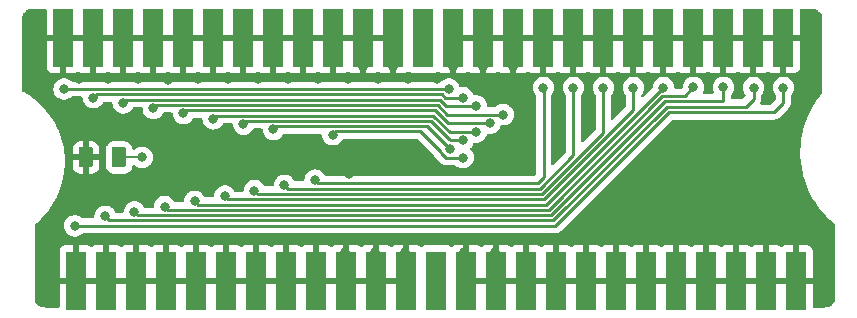
<source format=gbr>
%TF.GenerationSoftware,KiCad,Pcbnew,(6.0.5-0)*%
%TF.CreationDate,2022-12-24T01:00:05+09:00*%
%TF.ProjectId,ScsiRider1.2,53637369-5269-4646-9572-312e322e6b69,rev?*%
%TF.SameCoordinates,Original*%
%TF.FileFunction,Copper,L1,Top*%
%TF.FilePolarity,Positive*%
%FSLAX46Y46*%
G04 Gerber Fmt 4.6, Leading zero omitted, Abs format (unit mm)*
G04 Created by KiCad (PCBNEW (6.0.5-0)) date 2022-12-24 01:00:05*
%MOMM*%
%LPD*%
G01*
G04 APERTURE LIST*
G04 Aperture macros list*
%AMRoundRect*
0 Rectangle with rounded corners*
0 $1 Rounding radius*
0 $2 $3 $4 $5 $6 $7 $8 $9 X,Y pos of 4 corners*
0 Add a 4 corners polygon primitive as box body*
4,1,4,$2,$3,$4,$5,$6,$7,$8,$9,$2,$3,0*
0 Add four circle primitives for the rounded corners*
1,1,$1+$1,$2,$3*
1,1,$1+$1,$4,$5*
1,1,$1+$1,$6,$7*
1,1,$1+$1,$8,$9*
0 Add four rect primitives between the rounded corners*
20,1,$1+$1,$2,$3,$4,$5,0*
20,1,$1+$1,$4,$5,$6,$7,0*
20,1,$1+$1,$6,$7,$8,$9,0*
20,1,$1+$1,$8,$9,$2,$3,0*%
G04 Aperture macros list end*
%TA.AperFunction,SMDPad,CuDef*%
%ADD10RoundRect,0.250000X0.375000X0.625000X-0.375000X0.625000X-0.375000X-0.625000X0.375000X-0.625000X0*%
%TD*%
%TA.AperFunction,ConnectorPad*%
%ADD11R,1.780000X5.000000*%
%TD*%
%TA.AperFunction,ViaPad*%
%ADD12C,0.800000*%
%TD*%
%TA.AperFunction,Conductor*%
%ADD13C,0.200000*%
%TD*%
%TA.AperFunction,Conductor*%
%ADD14C,0.250000*%
%TD*%
G04 APERTURE END LIST*
D10*
%TO.P,LED1,1*%
%TO.N,N/C*%
X117510000Y-127700000D03*
%TO.P,LED1,2*%
%TO.N,GND*%
X114710000Y-127700000D03*
%TD*%
D11*
%TO.P,J2,1*%
%TO.N,GND*%
X173755000Y-117550000D03*
%TO.P,J2,3*%
X171215000Y-117550000D03*
%TO.P,J2,5*%
X168675000Y-117550000D03*
%TO.P,J2,7*%
X166135000Y-117550000D03*
%TO.P,J2,9*%
X163595000Y-117550000D03*
%TO.P,J2,11*%
X161055000Y-117550000D03*
%TO.P,J2,13*%
X158515000Y-117550000D03*
%TO.P,J2,15*%
X155975000Y-117550000D03*
%TO.P,J2,17*%
X153435000Y-117550000D03*
%TO.P,J2,19*%
X150895000Y-117550000D03*
%TO.P,J2,21*%
X148355000Y-117550000D03*
%TO.P,J2,23*%
X145815000Y-117550000D03*
%TO.P,J2,25*%
%TO.N,N/C*%
X143275000Y-117550000D03*
%TO.P,J2,27*%
%TO.N,GND*%
X140735000Y-117550000D03*
%TO.P,J2,29*%
X138195000Y-117550000D03*
%TO.P,J2,31*%
X135655000Y-117550000D03*
%TO.P,J2,33*%
X133115000Y-117550000D03*
%TO.P,J2,35*%
X130575000Y-117550000D03*
%TO.P,J2,37*%
X128035000Y-117550000D03*
%TO.P,J2,39*%
X125495000Y-117550000D03*
%TO.P,J2,41*%
X122955000Y-117550000D03*
%TO.P,J2,43*%
X120415000Y-117550000D03*
%TO.P,J2,45*%
X117875000Y-117550000D03*
%TO.P,J2,47*%
X115335000Y-117550000D03*
%TO.P,J2,49*%
X112795000Y-117550000D03*
%TD*%
%TO.P,J1,1*%
%TO.N,GND*%
X113877005Y-138147325D03*
%TO.P,J1,3*%
X116417005Y-138147325D03*
%TO.P,J1,5*%
X118957005Y-138147325D03*
%TO.P,J1,7*%
X121497005Y-138147325D03*
%TO.P,J1,9*%
X124037005Y-138147325D03*
%TO.P,J1,11*%
X126577005Y-138147325D03*
%TO.P,J1,13*%
X129117005Y-138147325D03*
%TO.P,J1,15*%
X131657005Y-138147325D03*
%TO.P,J1,17*%
X134197005Y-138147325D03*
%TO.P,J1,19*%
X136737005Y-138147325D03*
%TO.P,J1,21*%
X139277005Y-138147325D03*
%TO.P,J1,23*%
X141817005Y-138147325D03*
%TO.P,J1,25*%
%TO.N,N/C*%
X144357005Y-138147325D03*
%TO.P,J1,27*%
%TO.N,GND*%
X146897005Y-138147325D03*
%TO.P,J1,29*%
X149437005Y-138147325D03*
%TO.P,J1,31*%
X151977005Y-138147325D03*
%TO.P,J1,33*%
X154517005Y-138147325D03*
%TO.P,J1,35*%
X157057005Y-138147325D03*
%TO.P,J1,37*%
X159597005Y-138147325D03*
%TO.P,J1,39*%
X162137005Y-138147325D03*
%TO.P,J1,41*%
X164677005Y-138147325D03*
%TO.P,J1,43*%
X167217005Y-138147325D03*
%TO.P,J1,45*%
X169757005Y-138147325D03*
%TO.P,J1,47*%
X172297005Y-138147325D03*
%TO.P,J1,49*%
X174837005Y-138147325D03*
%TD*%
D12*
%TO.N,*%
X119460000Y-127690000D03*
%TO.N,GND*%
X148177005Y-134637325D03*
X147745000Y-128790000D03*
X124235000Y-121075000D03*
X111442005Y-139607325D03*
X126785000Y-126055000D03*
X119135000Y-121075000D03*
X116610000Y-121050000D03*
X110360000Y-115925000D03*
X117567005Y-134607325D03*
X134385000Y-121050000D03*
X122642005Y-134607325D03*
X170917005Y-134607325D03*
X136607005Y-135662325D03*
X150880000Y-120050000D03*
X163267005Y-134657325D03*
X162335000Y-121050000D03*
X172485000Y-121050000D03*
X155667005Y-134632325D03*
X168367005Y-134632325D03*
X167410000Y-121050000D03*
X169935000Y-121050000D03*
X114085000Y-121075000D03*
X139157005Y-135662325D03*
X121660000Y-121100000D03*
X125167005Y-134632325D03*
X176095000Y-115890000D03*
X147085000Y-121025000D03*
X130242005Y-134632325D03*
X160742005Y-134632325D03*
X140567005Y-134637325D03*
X159785000Y-121050000D03*
X126760000Y-121075000D03*
X142010000Y-121050000D03*
X132817005Y-134582325D03*
X165792005Y-134657325D03*
X148355000Y-120050000D03*
X174942005Y-133007325D03*
X177177005Y-139547325D03*
X135317005Y-134582325D03*
X144415000Y-121050000D03*
X152160000Y-121050000D03*
X150667005Y-134637325D03*
X127742005Y-134657325D03*
X112835000Y-125480000D03*
X137997005Y-134637325D03*
X157260000Y-121050000D03*
X131835000Y-121050000D03*
X138205000Y-120000000D03*
X129310000Y-121075000D03*
X120092005Y-134607325D03*
X176060000Y-122150000D03*
X149332005Y-135662325D03*
X141682005Y-135662325D03*
X145805000Y-120050000D03*
X140705000Y-120025000D03*
X173417005Y-134632325D03*
X139460000Y-121075000D03*
X149635000Y-121025000D03*
X153237005Y-134637325D03*
X137007005Y-129067325D03*
X146757005Y-135662325D03*
X158217005Y-134657325D03*
X136910000Y-121075000D03*
X115042005Y-134607325D03*
X164860000Y-121075000D03*
X132707005Y-129067325D03*
X154675000Y-121100000D03*
%TO.N,ATN*%
X135610000Y-125771140D03*
X146635000Y-127712000D03*
%TO.N,DB1*%
X171235000Y-121780000D03*
X116342005Y-132682325D03*
%TO.N,DB0*%
X113767005Y-133482325D03*
X173755000Y-121790000D03*
%TO.N,DB2*%
X168675000Y-121770000D03*
X118817005Y-132308305D03*
%TO.N,DB3*%
X166135000Y-121770000D03*
X121367005Y-131858785D03*
%TO.N,DB4*%
X123917005Y-131409265D03*
X163595000Y-121780000D03*
%TO.N,DB5*%
X161055000Y-121780000D03*
X126467005Y-130959745D03*
%TO.N,DB6*%
X158515000Y-121780000D03*
X128967005Y-130510225D03*
%TO.N,DB7*%
X131517005Y-130060705D03*
X155985000Y-121790000D03*
%TO.N,DBP*%
X153435000Y-121790000D03*
X134117005Y-129611185D03*
%TO.N,BSY*%
X145497500Y-126987500D03*
X130585000Y-125321620D03*
%TO.N,ACK*%
X128037000Y-124872100D03*
X146630714Y-126250000D03*
%TO.N,RST*%
X147763928Y-125523500D03*
X125485000Y-124422580D03*
%TO.N,MSG*%
X148897142Y-124799000D03*
X122960000Y-123973060D03*
%TO.N,SEL*%
X120410000Y-123523540D03*
X150030356Y-124074500D03*
%TO.N,CD*%
X117860000Y-123074020D03*
X147760000Y-123350000D03*
%TO.N,REQ*%
X146610500Y-122624500D03*
X115330000Y-122625000D03*
%TO.N,IO*%
X112855000Y-121900000D03*
X145435000Y-121900000D03*
%TD*%
D13*
%TO.N,*%
X119460000Y-127690000D02*
X119450000Y-127700000D01*
X119450000Y-127700000D02*
X117510000Y-127700000D01*
D14*
%TO.N,ATN*%
X135610000Y-125771140D02*
X135884980Y-125496160D01*
X144772989Y-127262989D02*
X144772989Y-127287603D01*
X135884980Y-125496160D02*
X143006160Y-125496160D01*
X143006160Y-125496160D02*
X144772989Y-127262989D01*
X144772989Y-127287603D02*
X145197386Y-127712000D01*
X145197386Y-127712000D02*
X146635000Y-127712000D01*
%TO.N,DB1*%
X171235000Y-121780000D02*
X171235000Y-122725000D01*
X163901449Y-123403551D02*
X154272195Y-133032805D01*
X116692485Y-133032805D02*
X116342005Y-132682325D01*
X171235000Y-122725000D02*
X170556449Y-123403551D01*
X154272195Y-133032805D02*
X116692485Y-133032805D01*
X170556449Y-123403551D02*
X163901449Y-123403551D01*
%TO.N,DB0*%
X154458392Y-133482325D02*
X113767005Y-133482325D01*
X173755000Y-121790000D02*
X173755000Y-123065000D01*
X173755000Y-123065000D02*
X172966929Y-123853071D01*
X164087647Y-123853071D02*
X154458392Y-133482325D01*
X172966929Y-123853071D02*
X164087647Y-123853071D01*
%TO.N,DB2*%
X119091985Y-132583285D02*
X118817005Y-132308305D01*
X168665969Y-122954031D02*
X163692405Y-122954031D01*
X154063150Y-132583285D02*
X119091985Y-132583285D01*
X163692405Y-122954031D02*
X154063150Y-132583285D01*
X168675000Y-122945000D02*
X168665969Y-122954031D01*
X168675000Y-121770000D02*
X168675000Y-122945000D01*
%TO.N,DB3*%
X121641985Y-132133765D02*
X121367005Y-131858785D01*
X166135000Y-121770000D02*
X165400489Y-122504511D01*
X163506207Y-122504511D02*
X153876952Y-132133765D01*
X165400489Y-122504511D02*
X163506207Y-122504511D01*
X151883436Y-132133765D02*
X121641985Y-132133765D01*
X153876952Y-132133765D02*
X151778765Y-132133765D01*
%TO.N,DB4*%
X153690755Y-131684245D02*
X163595000Y-121780000D01*
X124191985Y-131684245D02*
X153690755Y-131684245D01*
X123917005Y-131409265D02*
X124191985Y-131684245D01*
%TO.N,DB5*%
X153504557Y-131234725D02*
X126741985Y-131234725D01*
X161055000Y-123684282D02*
X153504557Y-131234725D01*
X126741985Y-131234725D02*
X126467005Y-130959745D01*
X161055000Y-121780000D02*
X161055000Y-123684282D01*
%TO.N,DB6*%
X153318359Y-130785205D02*
X129241985Y-130785205D01*
X129241985Y-130785205D02*
X128967005Y-130510225D01*
X158515000Y-121780000D02*
X158515000Y-125588564D01*
X158515000Y-125588564D02*
X153318359Y-130785205D01*
%TO.N,DB7*%
X131791985Y-130335685D02*
X131517005Y-130060705D01*
X155985000Y-121790000D02*
X155985000Y-127482846D01*
X153132161Y-130335685D02*
X131791985Y-130335685D01*
X155985000Y-127482846D02*
X153132161Y-130335685D01*
%TO.N,DBP*%
X153450000Y-129382128D02*
X152945963Y-129886165D01*
X153435000Y-121790000D02*
X153450000Y-121805000D01*
X134391985Y-129886165D02*
X134117005Y-129611185D01*
X152945963Y-129886165D02*
X134391985Y-129886165D01*
X153450000Y-121805000D02*
X153450000Y-129382128D01*
%TO.N,BSY*%
X130585000Y-125321620D02*
X130859980Y-125046640D01*
X143556640Y-125046640D02*
X145497500Y-126987500D01*
X130859980Y-125046640D02*
X143556640Y-125046640D01*
%TO.N,ACK*%
X145460000Y-126125000D02*
X145585000Y-126250000D01*
X145585000Y-126250000D02*
X146285000Y-126250000D01*
X143928917Y-124597120D02*
X145456797Y-126125000D01*
X128311980Y-124597120D02*
X143928917Y-124597120D01*
X128037000Y-124872100D02*
X128311980Y-124597120D01*
X145456797Y-126125000D02*
X145460000Y-126125000D01*
%TO.N,RST*%
X145492515Y-125525000D02*
X146585000Y-125525000D01*
X146586500Y-125523500D02*
X147355000Y-125523500D01*
X146585000Y-125525000D02*
X146586500Y-125523500D01*
X125759980Y-124147600D02*
X144115115Y-124147600D01*
X144115115Y-124147600D02*
X145492515Y-125525000D01*
X125485000Y-124422580D02*
X125759980Y-124147600D01*
%TO.N,MSG*%
X145378233Y-124775000D02*
X148506000Y-124775000D01*
X123234980Y-123698080D02*
X144301313Y-123698080D01*
X122960000Y-123973060D02*
X123234980Y-123698080D01*
X144301313Y-123698080D02*
X145378233Y-124775000D01*
X148506000Y-124775000D02*
X148530000Y-124799000D01*
%TO.N,SEL*%
X120410000Y-123523540D02*
X120684980Y-123248560D01*
X144487511Y-123248560D02*
X145313451Y-124074500D01*
X120684980Y-123248560D02*
X144487511Y-123248560D01*
X145313451Y-124074500D02*
X149780000Y-124074500D01*
%TO.N,CD*%
X144673708Y-122799040D02*
X145223679Y-123349011D01*
X147759011Y-123349011D02*
X147760000Y-123350000D01*
X117860000Y-123074020D02*
X118134980Y-122799040D01*
X118134980Y-122799040D02*
X144673708Y-122799040D01*
X145223679Y-123349011D02*
X147759011Y-123349011D01*
%TO.N,REQ*%
X146610511Y-122624511D02*
X145134897Y-122624511D01*
X115605480Y-122349520D02*
X115330000Y-122625000D01*
X146610500Y-122624500D02*
X146610511Y-122624511D01*
X144859906Y-122349520D02*
X115605480Y-122349520D01*
X145134897Y-122624511D02*
X144859906Y-122349520D01*
%TO.N,IO*%
X145435000Y-121900000D02*
X112855000Y-121900000D01*
%TD*%
%TA.AperFunction,Conductor*%
%TO.N,GND*%
G36*
X111339121Y-115128502D02*
G01*
X111385614Y-115182158D01*
X111397000Y-115234500D01*
X111397000Y-117277885D01*
X111401475Y-117293124D01*
X111402865Y-117294329D01*
X111410548Y-117296000D01*
X140863000Y-117296000D01*
X140931121Y-117316002D01*
X140977614Y-117369658D01*
X140989000Y-117422000D01*
X140989000Y-120539884D01*
X140993475Y-120555123D01*
X140994865Y-120556328D01*
X141002548Y-120557999D01*
X141669669Y-120557999D01*
X141676490Y-120557629D01*
X141727352Y-120552105D01*
X141742604Y-120548479D01*
X141863054Y-120503324D01*
X141878648Y-120494786D01*
X141929018Y-120457036D01*
X141995524Y-120432188D01*
X142064907Y-120447241D01*
X142080146Y-120457035D01*
X142138295Y-120500615D01*
X142274684Y-120551745D01*
X142336866Y-120558500D01*
X144213134Y-120558500D01*
X144275316Y-120551745D01*
X144411705Y-120500615D01*
X144469852Y-120457036D01*
X144536358Y-120432188D01*
X144605741Y-120447241D01*
X144620982Y-120457036D01*
X144671352Y-120494786D01*
X144686946Y-120503324D01*
X144807394Y-120548478D01*
X144822649Y-120552105D01*
X144873514Y-120557631D01*
X144880328Y-120558000D01*
X145542885Y-120558000D01*
X145558124Y-120553525D01*
X145559329Y-120552135D01*
X145561000Y-120544452D01*
X145561000Y-120539884D01*
X146069000Y-120539884D01*
X146073475Y-120555123D01*
X146074865Y-120556328D01*
X146082548Y-120557999D01*
X146749669Y-120557999D01*
X146756490Y-120557629D01*
X146807352Y-120552105D01*
X146822604Y-120548479D01*
X146943054Y-120503324D01*
X146958649Y-120494786D01*
X147009435Y-120456724D01*
X147075942Y-120431876D01*
X147145324Y-120446929D01*
X147160565Y-120456724D01*
X147211351Y-120494786D01*
X147226946Y-120503324D01*
X147347394Y-120548478D01*
X147362649Y-120552105D01*
X147413514Y-120557631D01*
X147420328Y-120558000D01*
X148082885Y-120558000D01*
X148098124Y-120553525D01*
X148099329Y-120552135D01*
X148101000Y-120544452D01*
X148101000Y-120539884D01*
X148609000Y-120539884D01*
X148613475Y-120555123D01*
X148614865Y-120556328D01*
X148622548Y-120557999D01*
X149289669Y-120557999D01*
X149296490Y-120557629D01*
X149347352Y-120552105D01*
X149362604Y-120548479D01*
X149483054Y-120503324D01*
X149498649Y-120494786D01*
X149549435Y-120456724D01*
X149615942Y-120431876D01*
X149685324Y-120446929D01*
X149700565Y-120456724D01*
X149751351Y-120494786D01*
X149766946Y-120503324D01*
X149887394Y-120548478D01*
X149902649Y-120552105D01*
X149953514Y-120557631D01*
X149960328Y-120558000D01*
X150622885Y-120558000D01*
X150638124Y-120553525D01*
X150639329Y-120552135D01*
X150641000Y-120544452D01*
X150641000Y-120539884D01*
X151149000Y-120539884D01*
X151153475Y-120555123D01*
X151154865Y-120556328D01*
X151162548Y-120557999D01*
X151829669Y-120557999D01*
X151836490Y-120557629D01*
X151887352Y-120552105D01*
X151902604Y-120548479D01*
X152023054Y-120503324D01*
X152038649Y-120494786D01*
X152089435Y-120456724D01*
X152155942Y-120431876D01*
X152225324Y-120446929D01*
X152240565Y-120456724D01*
X152291351Y-120494786D01*
X152306946Y-120503324D01*
X152427394Y-120548478D01*
X152442649Y-120552105D01*
X152493514Y-120557631D01*
X152500328Y-120558000D01*
X153162885Y-120558000D01*
X153178124Y-120553525D01*
X153179329Y-120552135D01*
X153181000Y-120544452D01*
X153181000Y-120539884D01*
X153689000Y-120539884D01*
X153693475Y-120555123D01*
X153694865Y-120556328D01*
X153702548Y-120557999D01*
X154369669Y-120557999D01*
X154376490Y-120557629D01*
X154427352Y-120552105D01*
X154442604Y-120548479D01*
X154563054Y-120503324D01*
X154578649Y-120494786D01*
X154629435Y-120456724D01*
X154695942Y-120431876D01*
X154765324Y-120446929D01*
X154780565Y-120456724D01*
X154831351Y-120494786D01*
X154846946Y-120503324D01*
X154967394Y-120548478D01*
X154982649Y-120552105D01*
X155033514Y-120557631D01*
X155040328Y-120558000D01*
X155702885Y-120558000D01*
X155718124Y-120553525D01*
X155719329Y-120552135D01*
X155721000Y-120544452D01*
X155721000Y-120539884D01*
X156229000Y-120539884D01*
X156233475Y-120555123D01*
X156234865Y-120556328D01*
X156242548Y-120557999D01*
X156909669Y-120557999D01*
X156916490Y-120557629D01*
X156967352Y-120552105D01*
X156982604Y-120548479D01*
X157103054Y-120503324D01*
X157118649Y-120494786D01*
X157169435Y-120456724D01*
X157235942Y-120431876D01*
X157305324Y-120446929D01*
X157320565Y-120456724D01*
X157371351Y-120494786D01*
X157386946Y-120503324D01*
X157507394Y-120548478D01*
X157522649Y-120552105D01*
X157573514Y-120557631D01*
X157580328Y-120558000D01*
X158242885Y-120558000D01*
X158258124Y-120553525D01*
X158259329Y-120552135D01*
X158261000Y-120544452D01*
X158261000Y-120539884D01*
X158769000Y-120539884D01*
X158773475Y-120555123D01*
X158774865Y-120556328D01*
X158782548Y-120557999D01*
X159449669Y-120557999D01*
X159456490Y-120557629D01*
X159507352Y-120552105D01*
X159522604Y-120548479D01*
X159643054Y-120503324D01*
X159658649Y-120494786D01*
X159709435Y-120456724D01*
X159775942Y-120431876D01*
X159845324Y-120446929D01*
X159860565Y-120456724D01*
X159911351Y-120494786D01*
X159926946Y-120503324D01*
X160047394Y-120548478D01*
X160062649Y-120552105D01*
X160113514Y-120557631D01*
X160120328Y-120558000D01*
X160782885Y-120558000D01*
X160798124Y-120553525D01*
X160799329Y-120552135D01*
X160801000Y-120544452D01*
X160801000Y-120539884D01*
X161309000Y-120539884D01*
X161313475Y-120555123D01*
X161314865Y-120556328D01*
X161322548Y-120557999D01*
X161989669Y-120557999D01*
X161996490Y-120557629D01*
X162047352Y-120552105D01*
X162062604Y-120548479D01*
X162183054Y-120503324D01*
X162198649Y-120494786D01*
X162249435Y-120456724D01*
X162315942Y-120431876D01*
X162385324Y-120446929D01*
X162400565Y-120456724D01*
X162451351Y-120494786D01*
X162466946Y-120503324D01*
X162587394Y-120548478D01*
X162602649Y-120552105D01*
X162653514Y-120557631D01*
X162660328Y-120558000D01*
X163322885Y-120558000D01*
X163338124Y-120553525D01*
X163339329Y-120552135D01*
X163341000Y-120544452D01*
X163341000Y-120539884D01*
X163849000Y-120539884D01*
X163853475Y-120555123D01*
X163854865Y-120556328D01*
X163862548Y-120557999D01*
X164529669Y-120557999D01*
X164536490Y-120557629D01*
X164587352Y-120552105D01*
X164602604Y-120548479D01*
X164723054Y-120503324D01*
X164738649Y-120494786D01*
X164789435Y-120456724D01*
X164855942Y-120431876D01*
X164925324Y-120446929D01*
X164940565Y-120456724D01*
X164991351Y-120494786D01*
X165006946Y-120503324D01*
X165127394Y-120548478D01*
X165142649Y-120552105D01*
X165193514Y-120557631D01*
X165200328Y-120558000D01*
X165862885Y-120558000D01*
X165878124Y-120553525D01*
X165879329Y-120552135D01*
X165881000Y-120544452D01*
X165881000Y-120539884D01*
X166389000Y-120539884D01*
X166393475Y-120555123D01*
X166394865Y-120556328D01*
X166402548Y-120557999D01*
X167069669Y-120557999D01*
X167076490Y-120557629D01*
X167127352Y-120552105D01*
X167142604Y-120548479D01*
X167263054Y-120503324D01*
X167278649Y-120494786D01*
X167329435Y-120456724D01*
X167395942Y-120431876D01*
X167465324Y-120446929D01*
X167480565Y-120456724D01*
X167531351Y-120494786D01*
X167546946Y-120503324D01*
X167667394Y-120548478D01*
X167682649Y-120552105D01*
X167733514Y-120557631D01*
X167740328Y-120558000D01*
X168402885Y-120558000D01*
X168418124Y-120553525D01*
X168419329Y-120552135D01*
X168421000Y-120544452D01*
X168421000Y-120539884D01*
X168929000Y-120539884D01*
X168933475Y-120555123D01*
X168934865Y-120556328D01*
X168942548Y-120557999D01*
X169609669Y-120557999D01*
X169616490Y-120557629D01*
X169667352Y-120552105D01*
X169682604Y-120548479D01*
X169803054Y-120503324D01*
X169818649Y-120494786D01*
X169869435Y-120456724D01*
X169935942Y-120431876D01*
X170005324Y-120446929D01*
X170020565Y-120456724D01*
X170071351Y-120494786D01*
X170086946Y-120503324D01*
X170207394Y-120548478D01*
X170222649Y-120552105D01*
X170273514Y-120557631D01*
X170280328Y-120558000D01*
X170942885Y-120558000D01*
X170958124Y-120553525D01*
X170959329Y-120552135D01*
X170961000Y-120544452D01*
X170961000Y-120539884D01*
X171469000Y-120539884D01*
X171473475Y-120555123D01*
X171474865Y-120556328D01*
X171482548Y-120557999D01*
X172149669Y-120557999D01*
X172156490Y-120557629D01*
X172207352Y-120552105D01*
X172222604Y-120548479D01*
X172343054Y-120503324D01*
X172358649Y-120494786D01*
X172409435Y-120456724D01*
X172475942Y-120431876D01*
X172545324Y-120446929D01*
X172560565Y-120456724D01*
X172611351Y-120494786D01*
X172626946Y-120503324D01*
X172747394Y-120548478D01*
X172762649Y-120552105D01*
X172813514Y-120557631D01*
X172820328Y-120558000D01*
X173482885Y-120558000D01*
X173498124Y-120553525D01*
X173499329Y-120552135D01*
X173501000Y-120544452D01*
X173501000Y-120539884D01*
X174009000Y-120539884D01*
X174013475Y-120555123D01*
X174014865Y-120556328D01*
X174022548Y-120557999D01*
X174689669Y-120557999D01*
X174696490Y-120557629D01*
X174747352Y-120552105D01*
X174762604Y-120548479D01*
X174883054Y-120503324D01*
X174898649Y-120494786D01*
X175000724Y-120418285D01*
X175013285Y-120405724D01*
X175089786Y-120303649D01*
X175098324Y-120288054D01*
X175143478Y-120167606D01*
X175147105Y-120152351D01*
X175152631Y-120101486D01*
X175153000Y-120094672D01*
X175153000Y-117822115D01*
X175148525Y-117806876D01*
X175147135Y-117805671D01*
X175139452Y-117804000D01*
X174027115Y-117804000D01*
X174011876Y-117808475D01*
X174010671Y-117809865D01*
X174009000Y-117817548D01*
X174009000Y-120539884D01*
X173501000Y-120539884D01*
X173501000Y-117822115D01*
X173496525Y-117806876D01*
X173495135Y-117805671D01*
X173487452Y-117804000D01*
X171487115Y-117804000D01*
X171471876Y-117808475D01*
X171470671Y-117809865D01*
X171469000Y-117817548D01*
X171469000Y-120539884D01*
X170961000Y-120539884D01*
X170961000Y-117822115D01*
X170956525Y-117806876D01*
X170955135Y-117805671D01*
X170947452Y-117804000D01*
X168947115Y-117804000D01*
X168931876Y-117808475D01*
X168930671Y-117809865D01*
X168929000Y-117817548D01*
X168929000Y-120539884D01*
X168421000Y-120539884D01*
X168421000Y-117822115D01*
X168416525Y-117806876D01*
X168415135Y-117805671D01*
X168407452Y-117804000D01*
X166407115Y-117804000D01*
X166391876Y-117808475D01*
X166390671Y-117809865D01*
X166389000Y-117817548D01*
X166389000Y-120539884D01*
X165881000Y-120539884D01*
X165881000Y-117822115D01*
X165876525Y-117806876D01*
X165875135Y-117805671D01*
X165867452Y-117804000D01*
X163867115Y-117804000D01*
X163851876Y-117808475D01*
X163850671Y-117809865D01*
X163849000Y-117817548D01*
X163849000Y-120539884D01*
X163341000Y-120539884D01*
X163341000Y-117822115D01*
X163336525Y-117806876D01*
X163335135Y-117805671D01*
X163327452Y-117804000D01*
X161327115Y-117804000D01*
X161311876Y-117808475D01*
X161310671Y-117809865D01*
X161309000Y-117817548D01*
X161309000Y-120539884D01*
X160801000Y-120539884D01*
X160801000Y-117822115D01*
X160796525Y-117806876D01*
X160795135Y-117805671D01*
X160787452Y-117804000D01*
X158787115Y-117804000D01*
X158771876Y-117808475D01*
X158770671Y-117809865D01*
X158769000Y-117817548D01*
X158769000Y-120539884D01*
X158261000Y-120539884D01*
X158261000Y-117822115D01*
X158256525Y-117806876D01*
X158255135Y-117805671D01*
X158247452Y-117804000D01*
X156247115Y-117804000D01*
X156231876Y-117808475D01*
X156230671Y-117809865D01*
X156229000Y-117817548D01*
X156229000Y-120539884D01*
X155721000Y-120539884D01*
X155721000Y-117822115D01*
X155716525Y-117806876D01*
X155715135Y-117805671D01*
X155707452Y-117804000D01*
X153707115Y-117804000D01*
X153691876Y-117808475D01*
X153690671Y-117809865D01*
X153689000Y-117817548D01*
X153689000Y-120539884D01*
X153181000Y-120539884D01*
X153181000Y-117822115D01*
X153176525Y-117806876D01*
X153175135Y-117805671D01*
X153167452Y-117804000D01*
X151167115Y-117804000D01*
X151151876Y-117808475D01*
X151150671Y-117809865D01*
X151149000Y-117817548D01*
X151149000Y-120539884D01*
X150641000Y-120539884D01*
X150641000Y-117822115D01*
X150636525Y-117806876D01*
X150635135Y-117805671D01*
X150627452Y-117804000D01*
X148627115Y-117804000D01*
X148611876Y-117808475D01*
X148610671Y-117809865D01*
X148609000Y-117817548D01*
X148609000Y-120539884D01*
X148101000Y-120539884D01*
X148101000Y-117822115D01*
X148096525Y-117806876D01*
X148095135Y-117805671D01*
X148087452Y-117804000D01*
X146087115Y-117804000D01*
X146071876Y-117808475D01*
X146070671Y-117809865D01*
X146069000Y-117817548D01*
X146069000Y-120539884D01*
X145561000Y-120539884D01*
X145561000Y-117422000D01*
X145581002Y-117353879D01*
X145634658Y-117307386D01*
X145687000Y-117296000D01*
X175134884Y-117296000D01*
X175150123Y-117291525D01*
X175151328Y-117290135D01*
X175152999Y-117282452D01*
X175152999Y-115234500D01*
X175173001Y-115166379D01*
X175226657Y-115119886D01*
X175278999Y-115108500D01*
X176185633Y-115108500D01*
X176205018Y-115110000D01*
X176219852Y-115112310D01*
X176219855Y-115112310D01*
X176228724Y-115113691D01*
X176238659Y-115112392D01*
X176239746Y-115112250D01*
X176268431Y-115111793D01*
X176346987Y-115119530D01*
X176384869Y-115123261D01*
X176409087Y-115128077D01*
X176541334Y-115168194D01*
X176564144Y-115177643D01*
X176686012Y-115242783D01*
X176706550Y-115256506D01*
X176813366Y-115344169D01*
X176830831Y-115361634D01*
X176918494Y-115468450D01*
X176932217Y-115488988D01*
X176997357Y-115610856D01*
X177006807Y-115633669D01*
X177026384Y-115698205D01*
X177046921Y-115765907D01*
X177051739Y-115790132D01*
X177062541Y-115899809D01*
X177062091Y-115915868D01*
X177062800Y-115915877D01*
X177062690Y-115924853D01*
X177061309Y-115933724D01*
X177062473Y-115942626D01*
X177062473Y-115942628D01*
X177065436Y-115965283D01*
X177066500Y-115981621D01*
X177066500Y-122161764D01*
X177046498Y-122229885D01*
X177036921Y-122242875D01*
X176970486Y-122321846D01*
X176852394Y-122462221D01*
X176845793Y-122470067D01*
X176527199Y-122907182D01*
X176406041Y-123100321D01*
X176256440Y-123338802D01*
X176239762Y-123365388D01*
X175984872Y-123842466D01*
X175983983Y-123844451D01*
X175983976Y-123844465D01*
X175769543Y-124323202D01*
X175763762Y-124336108D01*
X175724039Y-124444409D01*
X175598071Y-124787851D01*
X175577503Y-124843927D01*
X175576897Y-124846018D01*
X175576893Y-124846031D01*
X175427607Y-125361352D01*
X175426995Y-125363465D01*
X175312967Y-125892209D01*
X175312657Y-125894364D01*
X175312656Y-125894370D01*
X175274708Y-126158238D01*
X175235970Y-126427600D01*
X175235812Y-126429758D01*
X175235810Y-126429773D01*
X175209995Y-126781500D01*
X175196377Y-126967049D01*
X175194379Y-127507944D01*
X175229987Y-128047671D01*
X175248748Y-128185334D01*
X175292057Y-128503118D01*
X175303027Y-128583616D01*
X175413146Y-129113188D01*
X175413737Y-129115286D01*
X175413738Y-129115290D01*
X175458298Y-129273468D01*
X175559812Y-129633823D01*
X175560547Y-129635874D01*
X175560550Y-129635883D01*
X175738264Y-130131703D01*
X175742315Y-130143004D01*
X175743194Y-130145005D01*
X175743194Y-130145006D01*
X175935272Y-130582466D01*
X175959772Y-130638266D01*
X175960785Y-130640196D01*
X176210108Y-131115266D01*
X176210116Y-131115281D01*
X176211131Y-131117214D01*
X176495176Y-131577530D01*
X176496463Y-131579323D01*
X176496466Y-131579328D01*
X176809245Y-132015193D01*
X176809254Y-132015204D01*
X176810533Y-132016987D01*
X176921675Y-132151099D01*
X177121948Y-132392762D01*
X177155675Y-132433460D01*
X177157174Y-132435032D01*
X177157181Y-132435040D01*
X177392961Y-132682325D01*
X177528933Y-132824932D01*
X177530554Y-132826411D01*
X177530555Y-132826412D01*
X177667888Y-132951718D01*
X177928502Y-133189510D01*
X177930215Y-133190867D01*
X178100756Y-133325999D01*
X178141726Y-133383982D01*
X178148505Y-133424755D01*
X178148505Y-139519136D01*
X178147076Y-139538060D01*
X178143294Y-139562956D01*
X178144490Y-139571845D01*
X178144490Y-139571847D01*
X178144772Y-139573939D01*
X178145332Y-139602656D01*
X178134235Y-139719486D01*
X178129484Y-139743783D01*
X178089677Y-139876451D01*
X178080266Y-139899352D01*
X178015284Y-140021674D01*
X178001580Y-140042287D01*
X177993816Y-140051789D01*
X177913934Y-140149542D01*
X177896460Y-140167081D01*
X177789531Y-140255127D01*
X177768966Y-140268910D01*
X177707925Y-140301628D01*
X177646886Y-140334345D01*
X177624021Y-140343841D01*
X177491500Y-140384142D01*
X177467220Y-140388983D01*
X177357145Y-140399851D01*
X177341136Y-140399402D01*
X177341127Y-140400125D01*
X177332150Y-140400015D01*
X177323279Y-140398634D01*
X177314378Y-140399798D01*
X177314374Y-140399798D01*
X177291720Y-140402761D01*
X177275382Y-140403825D01*
X176361005Y-140403825D01*
X176292884Y-140383823D01*
X176246391Y-140330167D01*
X176235005Y-140277825D01*
X176235005Y-138419440D01*
X176230530Y-138404201D01*
X176229140Y-138402996D01*
X176221457Y-138401325D01*
X146769005Y-138401325D01*
X146700884Y-138381323D01*
X146654391Y-138327667D01*
X146643005Y-138275325D01*
X146643005Y-137875210D01*
X147151005Y-137875210D01*
X147155480Y-137890449D01*
X147156870Y-137891654D01*
X147164553Y-137893325D01*
X149164890Y-137893325D01*
X149180129Y-137888850D01*
X149181334Y-137887460D01*
X149183005Y-137879777D01*
X149183005Y-137875210D01*
X149691005Y-137875210D01*
X149695480Y-137890449D01*
X149696870Y-137891654D01*
X149704553Y-137893325D01*
X151704890Y-137893325D01*
X151720129Y-137888850D01*
X151721334Y-137887460D01*
X151723005Y-137879777D01*
X151723005Y-137875210D01*
X152231005Y-137875210D01*
X152235480Y-137890449D01*
X152236870Y-137891654D01*
X152244553Y-137893325D01*
X154244890Y-137893325D01*
X154260129Y-137888850D01*
X154261334Y-137887460D01*
X154263005Y-137879777D01*
X154263005Y-137875210D01*
X154771005Y-137875210D01*
X154775480Y-137890449D01*
X154776870Y-137891654D01*
X154784553Y-137893325D01*
X156784890Y-137893325D01*
X156800129Y-137888850D01*
X156801334Y-137887460D01*
X156803005Y-137879777D01*
X156803005Y-137875210D01*
X157311005Y-137875210D01*
X157315480Y-137890449D01*
X157316870Y-137891654D01*
X157324553Y-137893325D01*
X159324890Y-137893325D01*
X159340129Y-137888850D01*
X159341334Y-137887460D01*
X159343005Y-137879777D01*
X159343005Y-137875210D01*
X159851005Y-137875210D01*
X159855480Y-137890449D01*
X159856870Y-137891654D01*
X159864553Y-137893325D01*
X161864890Y-137893325D01*
X161880129Y-137888850D01*
X161881334Y-137887460D01*
X161883005Y-137879777D01*
X161883005Y-137875210D01*
X162391005Y-137875210D01*
X162395480Y-137890449D01*
X162396870Y-137891654D01*
X162404553Y-137893325D01*
X164404890Y-137893325D01*
X164420129Y-137888850D01*
X164421334Y-137887460D01*
X164423005Y-137879777D01*
X164423005Y-137875210D01*
X164931005Y-137875210D01*
X164935480Y-137890449D01*
X164936870Y-137891654D01*
X164944553Y-137893325D01*
X166944890Y-137893325D01*
X166960129Y-137888850D01*
X166961334Y-137887460D01*
X166963005Y-137879777D01*
X166963005Y-137875210D01*
X167471005Y-137875210D01*
X167475480Y-137890449D01*
X167476870Y-137891654D01*
X167484553Y-137893325D01*
X169484890Y-137893325D01*
X169500129Y-137888850D01*
X169501334Y-137887460D01*
X169503005Y-137879777D01*
X169503005Y-137875210D01*
X170011005Y-137875210D01*
X170015480Y-137890449D01*
X170016870Y-137891654D01*
X170024553Y-137893325D01*
X172024890Y-137893325D01*
X172040129Y-137888850D01*
X172041334Y-137887460D01*
X172043005Y-137879777D01*
X172043005Y-137875210D01*
X172551005Y-137875210D01*
X172555480Y-137890449D01*
X172556870Y-137891654D01*
X172564553Y-137893325D01*
X174564890Y-137893325D01*
X174580129Y-137888850D01*
X174581334Y-137887460D01*
X174583005Y-137879777D01*
X174583005Y-137875210D01*
X175091005Y-137875210D01*
X175095480Y-137890449D01*
X175096870Y-137891654D01*
X175104553Y-137893325D01*
X176216889Y-137893325D01*
X176232128Y-137888850D01*
X176233333Y-137887460D01*
X176235004Y-137879777D01*
X176235004Y-135602656D01*
X176234634Y-135595835D01*
X176229110Y-135544973D01*
X176225484Y-135529721D01*
X176180329Y-135409271D01*
X176171791Y-135393676D01*
X176095290Y-135291601D01*
X176082729Y-135279040D01*
X175980654Y-135202539D01*
X175965059Y-135194001D01*
X175844611Y-135148847D01*
X175829356Y-135145220D01*
X175778491Y-135139694D01*
X175771677Y-135139325D01*
X175109120Y-135139325D01*
X175093881Y-135143800D01*
X175092676Y-135145190D01*
X175091005Y-135152873D01*
X175091005Y-137875210D01*
X174583005Y-137875210D01*
X174583005Y-135157441D01*
X174578530Y-135142202D01*
X174577140Y-135140997D01*
X174569457Y-135139326D01*
X173902336Y-135139326D01*
X173895515Y-135139696D01*
X173844653Y-135145220D01*
X173829401Y-135148846D01*
X173708951Y-135194001D01*
X173693356Y-135202539D01*
X173642570Y-135240601D01*
X173576063Y-135265449D01*
X173506681Y-135250396D01*
X173491440Y-135240601D01*
X173440654Y-135202539D01*
X173425059Y-135194001D01*
X173304611Y-135148847D01*
X173289356Y-135145220D01*
X173238491Y-135139694D01*
X173231677Y-135139325D01*
X172569120Y-135139325D01*
X172553881Y-135143800D01*
X172552676Y-135145190D01*
X172551005Y-135152873D01*
X172551005Y-137875210D01*
X172043005Y-137875210D01*
X172043005Y-135157441D01*
X172038530Y-135142202D01*
X172037140Y-135140997D01*
X172029457Y-135139326D01*
X171362336Y-135139326D01*
X171355515Y-135139696D01*
X171304653Y-135145220D01*
X171289401Y-135148846D01*
X171168951Y-135194001D01*
X171153356Y-135202539D01*
X171102570Y-135240601D01*
X171036063Y-135265449D01*
X170966681Y-135250396D01*
X170951440Y-135240601D01*
X170900654Y-135202539D01*
X170885059Y-135194001D01*
X170764611Y-135148847D01*
X170749356Y-135145220D01*
X170698491Y-135139694D01*
X170691677Y-135139325D01*
X170029120Y-135139325D01*
X170013881Y-135143800D01*
X170012676Y-135145190D01*
X170011005Y-135152873D01*
X170011005Y-137875210D01*
X169503005Y-137875210D01*
X169503005Y-135157441D01*
X169498530Y-135142202D01*
X169497140Y-135140997D01*
X169489457Y-135139326D01*
X168822336Y-135139326D01*
X168815515Y-135139696D01*
X168764653Y-135145220D01*
X168749401Y-135148846D01*
X168628951Y-135194001D01*
X168613356Y-135202539D01*
X168562570Y-135240601D01*
X168496063Y-135265449D01*
X168426681Y-135250396D01*
X168411440Y-135240601D01*
X168360654Y-135202539D01*
X168345059Y-135194001D01*
X168224611Y-135148847D01*
X168209356Y-135145220D01*
X168158491Y-135139694D01*
X168151677Y-135139325D01*
X167489120Y-135139325D01*
X167473881Y-135143800D01*
X167472676Y-135145190D01*
X167471005Y-135152873D01*
X167471005Y-137875210D01*
X166963005Y-137875210D01*
X166963005Y-135157441D01*
X166958530Y-135142202D01*
X166957140Y-135140997D01*
X166949457Y-135139326D01*
X166282336Y-135139326D01*
X166275515Y-135139696D01*
X166224653Y-135145220D01*
X166209401Y-135148846D01*
X166088951Y-135194001D01*
X166073356Y-135202539D01*
X166022570Y-135240601D01*
X165956063Y-135265449D01*
X165886681Y-135250396D01*
X165871440Y-135240601D01*
X165820654Y-135202539D01*
X165805059Y-135194001D01*
X165684611Y-135148847D01*
X165669356Y-135145220D01*
X165618491Y-135139694D01*
X165611677Y-135139325D01*
X164949120Y-135139325D01*
X164933881Y-135143800D01*
X164932676Y-135145190D01*
X164931005Y-135152873D01*
X164931005Y-137875210D01*
X164423005Y-137875210D01*
X164423005Y-135157441D01*
X164418530Y-135142202D01*
X164417140Y-135140997D01*
X164409457Y-135139326D01*
X163742336Y-135139326D01*
X163735515Y-135139696D01*
X163684653Y-135145220D01*
X163669401Y-135148846D01*
X163548951Y-135194001D01*
X163533356Y-135202539D01*
X163482570Y-135240601D01*
X163416063Y-135265449D01*
X163346681Y-135250396D01*
X163331440Y-135240601D01*
X163280654Y-135202539D01*
X163265059Y-135194001D01*
X163144611Y-135148847D01*
X163129356Y-135145220D01*
X163078491Y-135139694D01*
X163071677Y-135139325D01*
X162409120Y-135139325D01*
X162393881Y-135143800D01*
X162392676Y-135145190D01*
X162391005Y-135152873D01*
X162391005Y-137875210D01*
X161883005Y-137875210D01*
X161883005Y-135157441D01*
X161878530Y-135142202D01*
X161877140Y-135140997D01*
X161869457Y-135139326D01*
X161202336Y-135139326D01*
X161195515Y-135139696D01*
X161144653Y-135145220D01*
X161129401Y-135148846D01*
X161008951Y-135194001D01*
X160993356Y-135202539D01*
X160942570Y-135240601D01*
X160876063Y-135265449D01*
X160806681Y-135250396D01*
X160791440Y-135240601D01*
X160740654Y-135202539D01*
X160725059Y-135194001D01*
X160604611Y-135148847D01*
X160589356Y-135145220D01*
X160538491Y-135139694D01*
X160531677Y-135139325D01*
X159869120Y-135139325D01*
X159853881Y-135143800D01*
X159852676Y-135145190D01*
X159851005Y-135152873D01*
X159851005Y-137875210D01*
X159343005Y-137875210D01*
X159343005Y-135157441D01*
X159338530Y-135142202D01*
X159337140Y-135140997D01*
X159329457Y-135139326D01*
X158662336Y-135139326D01*
X158655515Y-135139696D01*
X158604653Y-135145220D01*
X158589401Y-135148846D01*
X158468951Y-135194001D01*
X158453356Y-135202539D01*
X158402570Y-135240601D01*
X158336063Y-135265449D01*
X158266681Y-135250396D01*
X158251440Y-135240601D01*
X158200654Y-135202539D01*
X158185059Y-135194001D01*
X158064611Y-135148847D01*
X158049356Y-135145220D01*
X157998491Y-135139694D01*
X157991677Y-135139325D01*
X157329120Y-135139325D01*
X157313881Y-135143800D01*
X157312676Y-135145190D01*
X157311005Y-135152873D01*
X157311005Y-137875210D01*
X156803005Y-137875210D01*
X156803005Y-135157441D01*
X156798530Y-135142202D01*
X156797140Y-135140997D01*
X156789457Y-135139326D01*
X156122336Y-135139326D01*
X156115515Y-135139696D01*
X156064653Y-135145220D01*
X156049401Y-135148846D01*
X155928951Y-135194001D01*
X155913356Y-135202539D01*
X155862570Y-135240601D01*
X155796063Y-135265449D01*
X155726681Y-135250396D01*
X155711440Y-135240601D01*
X155660654Y-135202539D01*
X155645059Y-135194001D01*
X155524611Y-135148847D01*
X155509356Y-135145220D01*
X155458491Y-135139694D01*
X155451677Y-135139325D01*
X154789120Y-135139325D01*
X154773881Y-135143800D01*
X154772676Y-135145190D01*
X154771005Y-135152873D01*
X154771005Y-137875210D01*
X154263005Y-137875210D01*
X154263005Y-135157441D01*
X154258530Y-135142202D01*
X154257140Y-135140997D01*
X154249457Y-135139326D01*
X153582336Y-135139326D01*
X153575515Y-135139696D01*
X153524653Y-135145220D01*
X153509401Y-135148846D01*
X153388951Y-135194001D01*
X153373356Y-135202539D01*
X153322570Y-135240601D01*
X153256063Y-135265449D01*
X153186681Y-135250396D01*
X153171440Y-135240601D01*
X153120654Y-135202539D01*
X153105059Y-135194001D01*
X152984611Y-135148847D01*
X152969356Y-135145220D01*
X152918491Y-135139694D01*
X152911677Y-135139325D01*
X152249120Y-135139325D01*
X152233881Y-135143800D01*
X152232676Y-135145190D01*
X152231005Y-135152873D01*
X152231005Y-137875210D01*
X151723005Y-137875210D01*
X151723005Y-135157441D01*
X151718530Y-135142202D01*
X151717140Y-135140997D01*
X151709457Y-135139326D01*
X151042336Y-135139326D01*
X151035515Y-135139696D01*
X150984653Y-135145220D01*
X150969401Y-135148846D01*
X150848951Y-135194001D01*
X150833356Y-135202539D01*
X150782570Y-135240601D01*
X150716063Y-135265449D01*
X150646681Y-135250396D01*
X150631440Y-135240601D01*
X150580654Y-135202539D01*
X150565059Y-135194001D01*
X150444611Y-135148847D01*
X150429356Y-135145220D01*
X150378491Y-135139694D01*
X150371677Y-135139325D01*
X149709120Y-135139325D01*
X149693881Y-135143800D01*
X149692676Y-135145190D01*
X149691005Y-135152873D01*
X149691005Y-137875210D01*
X149183005Y-137875210D01*
X149183005Y-135157441D01*
X149178530Y-135142202D01*
X149177140Y-135140997D01*
X149169457Y-135139326D01*
X148502336Y-135139326D01*
X148495515Y-135139696D01*
X148444653Y-135145220D01*
X148429401Y-135148846D01*
X148308951Y-135194001D01*
X148293356Y-135202539D01*
X148242570Y-135240601D01*
X148176063Y-135265449D01*
X148106681Y-135250396D01*
X148091440Y-135240601D01*
X148040654Y-135202539D01*
X148025059Y-135194001D01*
X147904611Y-135148847D01*
X147889356Y-135145220D01*
X147838491Y-135139694D01*
X147831677Y-135139325D01*
X147169120Y-135139325D01*
X147153881Y-135143800D01*
X147152676Y-135145190D01*
X147151005Y-135152873D01*
X147151005Y-137875210D01*
X146643005Y-137875210D01*
X146643005Y-135157441D01*
X146638530Y-135142202D01*
X146637140Y-135140997D01*
X146629457Y-135139326D01*
X145962336Y-135139326D01*
X145955515Y-135139696D01*
X145904653Y-135145220D01*
X145889401Y-135148846D01*
X145768951Y-135194001D01*
X145753357Y-135202539D01*
X145702987Y-135240289D01*
X145636481Y-135265137D01*
X145567098Y-135250084D01*
X145551857Y-135240289D01*
X145493710Y-135196710D01*
X145357321Y-135145580D01*
X145295139Y-135138825D01*
X143418871Y-135138825D01*
X143356689Y-135145580D01*
X143220300Y-135196710D01*
X143162153Y-135240289D01*
X143095647Y-135265137D01*
X143026264Y-135250084D01*
X143011023Y-135240289D01*
X142960653Y-135202539D01*
X142945059Y-135194001D01*
X142824611Y-135148847D01*
X142809356Y-135145220D01*
X142758491Y-135139694D01*
X142751677Y-135139325D01*
X142089120Y-135139325D01*
X142073881Y-135143800D01*
X142072676Y-135145190D01*
X142071005Y-135152873D01*
X142071005Y-138275325D01*
X142051003Y-138343446D01*
X141997347Y-138389939D01*
X141945005Y-138401325D01*
X112497121Y-138401325D01*
X112481882Y-138405800D01*
X112480677Y-138407190D01*
X112479006Y-138414873D01*
X112479006Y-140277825D01*
X112459004Y-140345946D01*
X112405348Y-140392439D01*
X112353006Y-140403825D01*
X111246370Y-140403825D01*
X111226985Y-140402325D01*
X111212152Y-140400015D01*
X111212148Y-140400015D01*
X111203279Y-140398634D01*
X111192253Y-140400076D01*
X111163569Y-140400532D01*
X111080133Y-140392315D01*
X111047134Y-140389065D01*
X111022914Y-140384248D01*
X110919829Y-140352978D01*
X110890670Y-140344133D01*
X110867851Y-140334681D01*
X110745977Y-140269540D01*
X110725440Y-140255817D01*
X110724599Y-140255127D01*
X110618621Y-140168155D01*
X110601161Y-140150696D01*
X110513492Y-140043874D01*
X110499770Y-140023337D01*
X110434626Y-139901465D01*
X110425173Y-139878646D01*
X110403695Y-139807845D01*
X110385057Y-139746408D01*
X110380238Y-139722184D01*
X110369445Y-139612621D01*
X110369902Y-139596444D01*
X110369205Y-139596435D01*
X110369314Y-139587466D01*
X110370696Y-139578591D01*
X110366569Y-139547035D01*
X110365505Y-139530695D01*
X110365505Y-137875210D01*
X112479005Y-137875210D01*
X112483480Y-137890449D01*
X112484870Y-137891654D01*
X112492553Y-137893325D01*
X113604890Y-137893325D01*
X113620129Y-137888850D01*
X113621334Y-137887460D01*
X113623005Y-137879777D01*
X113623005Y-137875210D01*
X114131005Y-137875210D01*
X114135480Y-137890449D01*
X114136870Y-137891654D01*
X114144553Y-137893325D01*
X116144890Y-137893325D01*
X116160129Y-137888850D01*
X116161334Y-137887460D01*
X116163005Y-137879777D01*
X116163005Y-137875210D01*
X116671005Y-137875210D01*
X116675480Y-137890449D01*
X116676870Y-137891654D01*
X116684553Y-137893325D01*
X118684890Y-137893325D01*
X118700129Y-137888850D01*
X118701334Y-137887460D01*
X118703005Y-137879777D01*
X118703005Y-137875210D01*
X119211005Y-137875210D01*
X119215480Y-137890449D01*
X119216870Y-137891654D01*
X119224553Y-137893325D01*
X121224890Y-137893325D01*
X121240129Y-137888850D01*
X121241334Y-137887460D01*
X121243005Y-137879777D01*
X121243005Y-137875210D01*
X121751005Y-137875210D01*
X121755480Y-137890449D01*
X121756870Y-137891654D01*
X121764553Y-137893325D01*
X123764890Y-137893325D01*
X123780129Y-137888850D01*
X123781334Y-137887460D01*
X123783005Y-137879777D01*
X123783005Y-137875210D01*
X124291005Y-137875210D01*
X124295480Y-137890449D01*
X124296870Y-137891654D01*
X124304553Y-137893325D01*
X126304890Y-137893325D01*
X126320129Y-137888850D01*
X126321334Y-137887460D01*
X126323005Y-137879777D01*
X126323005Y-137875210D01*
X126831005Y-137875210D01*
X126835480Y-137890449D01*
X126836870Y-137891654D01*
X126844553Y-137893325D01*
X128844890Y-137893325D01*
X128860129Y-137888850D01*
X128861334Y-137887460D01*
X128863005Y-137879777D01*
X128863005Y-137875210D01*
X129371005Y-137875210D01*
X129375480Y-137890449D01*
X129376870Y-137891654D01*
X129384553Y-137893325D01*
X131384890Y-137893325D01*
X131400129Y-137888850D01*
X131401334Y-137887460D01*
X131403005Y-137879777D01*
X131403005Y-137875210D01*
X131911005Y-137875210D01*
X131915480Y-137890449D01*
X131916870Y-137891654D01*
X131924553Y-137893325D01*
X133924890Y-137893325D01*
X133940129Y-137888850D01*
X133941334Y-137887460D01*
X133943005Y-137879777D01*
X133943005Y-137875210D01*
X134451005Y-137875210D01*
X134455480Y-137890449D01*
X134456870Y-137891654D01*
X134464553Y-137893325D01*
X136464890Y-137893325D01*
X136480129Y-137888850D01*
X136481334Y-137887460D01*
X136483005Y-137879777D01*
X136483005Y-137875210D01*
X136991005Y-137875210D01*
X136995480Y-137890449D01*
X136996870Y-137891654D01*
X137004553Y-137893325D01*
X139004890Y-137893325D01*
X139020129Y-137888850D01*
X139021334Y-137887460D01*
X139023005Y-137879777D01*
X139023005Y-137875210D01*
X139531005Y-137875210D01*
X139535480Y-137890449D01*
X139536870Y-137891654D01*
X139544553Y-137893325D01*
X141544890Y-137893325D01*
X141560129Y-137888850D01*
X141561334Y-137887460D01*
X141563005Y-137879777D01*
X141563005Y-135157441D01*
X141558530Y-135142202D01*
X141557140Y-135140997D01*
X141549457Y-135139326D01*
X140882336Y-135139326D01*
X140875515Y-135139696D01*
X140824653Y-135145220D01*
X140809401Y-135148846D01*
X140688951Y-135194001D01*
X140673356Y-135202539D01*
X140622570Y-135240601D01*
X140556063Y-135265449D01*
X140486681Y-135250396D01*
X140471440Y-135240601D01*
X140420654Y-135202539D01*
X140405059Y-135194001D01*
X140284611Y-135148847D01*
X140269356Y-135145220D01*
X140218491Y-135139694D01*
X140211677Y-135139325D01*
X139549120Y-135139325D01*
X139533881Y-135143800D01*
X139532676Y-135145190D01*
X139531005Y-135152873D01*
X139531005Y-137875210D01*
X139023005Y-137875210D01*
X139023005Y-135157441D01*
X139018530Y-135142202D01*
X139017140Y-135140997D01*
X139009457Y-135139326D01*
X138342336Y-135139326D01*
X138335515Y-135139696D01*
X138284653Y-135145220D01*
X138269401Y-135148846D01*
X138148951Y-135194001D01*
X138133356Y-135202539D01*
X138082570Y-135240601D01*
X138016063Y-135265449D01*
X137946681Y-135250396D01*
X137931440Y-135240601D01*
X137880654Y-135202539D01*
X137865059Y-135194001D01*
X137744611Y-135148847D01*
X137729356Y-135145220D01*
X137678491Y-135139694D01*
X137671677Y-135139325D01*
X137009120Y-135139325D01*
X136993881Y-135143800D01*
X136992676Y-135145190D01*
X136991005Y-135152873D01*
X136991005Y-137875210D01*
X136483005Y-137875210D01*
X136483005Y-135157441D01*
X136478530Y-135142202D01*
X136477140Y-135140997D01*
X136469457Y-135139326D01*
X135802336Y-135139326D01*
X135795515Y-135139696D01*
X135744653Y-135145220D01*
X135729401Y-135148846D01*
X135608951Y-135194001D01*
X135593356Y-135202539D01*
X135542570Y-135240601D01*
X135476063Y-135265449D01*
X135406681Y-135250396D01*
X135391440Y-135240601D01*
X135340654Y-135202539D01*
X135325059Y-135194001D01*
X135204611Y-135148847D01*
X135189356Y-135145220D01*
X135138491Y-135139694D01*
X135131677Y-135139325D01*
X134469120Y-135139325D01*
X134453881Y-135143800D01*
X134452676Y-135145190D01*
X134451005Y-135152873D01*
X134451005Y-137875210D01*
X133943005Y-137875210D01*
X133943005Y-135157441D01*
X133938530Y-135142202D01*
X133937140Y-135140997D01*
X133929457Y-135139326D01*
X133262336Y-135139326D01*
X133255515Y-135139696D01*
X133204653Y-135145220D01*
X133189401Y-135148846D01*
X133068951Y-135194001D01*
X133053356Y-135202539D01*
X133002570Y-135240601D01*
X132936063Y-135265449D01*
X132866681Y-135250396D01*
X132851440Y-135240601D01*
X132800654Y-135202539D01*
X132785059Y-135194001D01*
X132664611Y-135148847D01*
X132649356Y-135145220D01*
X132598491Y-135139694D01*
X132591677Y-135139325D01*
X131929120Y-135139325D01*
X131913881Y-135143800D01*
X131912676Y-135145190D01*
X131911005Y-135152873D01*
X131911005Y-137875210D01*
X131403005Y-137875210D01*
X131403005Y-135157441D01*
X131398530Y-135142202D01*
X131397140Y-135140997D01*
X131389457Y-135139326D01*
X130722336Y-135139326D01*
X130715515Y-135139696D01*
X130664653Y-135145220D01*
X130649401Y-135148846D01*
X130528951Y-135194001D01*
X130513356Y-135202539D01*
X130462570Y-135240601D01*
X130396063Y-135265449D01*
X130326681Y-135250396D01*
X130311440Y-135240601D01*
X130260654Y-135202539D01*
X130245059Y-135194001D01*
X130124611Y-135148847D01*
X130109356Y-135145220D01*
X130058491Y-135139694D01*
X130051677Y-135139325D01*
X129389120Y-135139325D01*
X129373881Y-135143800D01*
X129372676Y-135145190D01*
X129371005Y-135152873D01*
X129371005Y-137875210D01*
X128863005Y-137875210D01*
X128863005Y-135157441D01*
X128858530Y-135142202D01*
X128857140Y-135140997D01*
X128849457Y-135139326D01*
X128182336Y-135139326D01*
X128175515Y-135139696D01*
X128124653Y-135145220D01*
X128109401Y-135148846D01*
X127988951Y-135194001D01*
X127973356Y-135202539D01*
X127922570Y-135240601D01*
X127856063Y-135265449D01*
X127786681Y-135250396D01*
X127771440Y-135240601D01*
X127720654Y-135202539D01*
X127705059Y-135194001D01*
X127584611Y-135148847D01*
X127569356Y-135145220D01*
X127518491Y-135139694D01*
X127511677Y-135139325D01*
X126849120Y-135139325D01*
X126833881Y-135143800D01*
X126832676Y-135145190D01*
X126831005Y-135152873D01*
X126831005Y-137875210D01*
X126323005Y-137875210D01*
X126323005Y-135157441D01*
X126318530Y-135142202D01*
X126317140Y-135140997D01*
X126309457Y-135139326D01*
X125642336Y-135139326D01*
X125635515Y-135139696D01*
X125584653Y-135145220D01*
X125569401Y-135148846D01*
X125448951Y-135194001D01*
X125433356Y-135202539D01*
X125382570Y-135240601D01*
X125316063Y-135265449D01*
X125246681Y-135250396D01*
X125231440Y-135240601D01*
X125180654Y-135202539D01*
X125165059Y-135194001D01*
X125044611Y-135148847D01*
X125029356Y-135145220D01*
X124978491Y-135139694D01*
X124971677Y-135139325D01*
X124309120Y-135139325D01*
X124293881Y-135143800D01*
X124292676Y-135145190D01*
X124291005Y-135152873D01*
X124291005Y-137875210D01*
X123783005Y-137875210D01*
X123783005Y-135157441D01*
X123778530Y-135142202D01*
X123777140Y-135140997D01*
X123769457Y-135139326D01*
X123102336Y-135139326D01*
X123095515Y-135139696D01*
X123044653Y-135145220D01*
X123029401Y-135148846D01*
X122908951Y-135194001D01*
X122893356Y-135202539D01*
X122842570Y-135240601D01*
X122776063Y-135265449D01*
X122706681Y-135250396D01*
X122691440Y-135240601D01*
X122640654Y-135202539D01*
X122625059Y-135194001D01*
X122504611Y-135148847D01*
X122489356Y-135145220D01*
X122438491Y-135139694D01*
X122431677Y-135139325D01*
X121769120Y-135139325D01*
X121753881Y-135143800D01*
X121752676Y-135145190D01*
X121751005Y-135152873D01*
X121751005Y-137875210D01*
X121243005Y-137875210D01*
X121243005Y-135157441D01*
X121238530Y-135142202D01*
X121237140Y-135140997D01*
X121229457Y-135139326D01*
X120562336Y-135139326D01*
X120555515Y-135139696D01*
X120504653Y-135145220D01*
X120489401Y-135148846D01*
X120368951Y-135194001D01*
X120353356Y-135202539D01*
X120302570Y-135240601D01*
X120236063Y-135265449D01*
X120166681Y-135250396D01*
X120151440Y-135240601D01*
X120100654Y-135202539D01*
X120085059Y-135194001D01*
X119964611Y-135148847D01*
X119949356Y-135145220D01*
X119898491Y-135139694D01*
X119891677Y-135139325D01*
X119229120Y-135139325D01*
X119213881Y-135143800D01*
X119212676Y-135145190D01*
X119211005Y-135152873D01*
X119211005Y-137875210D01*
X118703005Y-137875210D01*
X118703005Y-135157441D01*
X118698530Y-135142202D01*
X118697140Y-135140997D01*
X118689457Y-135139326D01*
X118022336Y-135139326D01*
X118015515Y-135139696D01*
X117964653Y-135145220D01*
X117949401Y-135148846D01*
X117828951Y-135194001D01*
X117813356Y-135202539D01*
X117762570Y-135240601D01*
X117696063Y-135265449D01*
X117626681Y-135250396D01*
X117611440Y-135240601D01*
X117560654Y-135202539D01*
X117545059Y-135194001D01*
X117424611Y-135148847D01*
X117409356Y-135145220D01*
X117358491Y-135139694D01*
X117351677Y-135139325D01*
X116689120Y-135139325D01*
X116673881Y-135143800D01*
X116672676Y-135145190D01*
X116671005Y-135152873D01*
X116671005Y-137875210D01*
X116163005Y-137875210D01*
X116163005Y-135157441D01*
X116158530Y-135142202D01*
X116157140Y-135140997D01*
X116149457Y-135139326D01*
X115482336Y-135139326D01*
X115475515Y-135139696D01*
X115424653Y-135145220D01*
X115409401Y-135148846D01*
X115288951Y-135194001D01*
X115273356Y-135202539D01*
X115222570Y-135240601D01*
X115156063Y-135265449D01*
X115086681Y-135250396D01*
X115071440Y-135240601D01*
X115020654Y-135202539D01*
X115005059Y-135194001D01*
X114884611Y-135148847D01*
X114869356Y-135145220D01*
X114818491Y-135139694D01*
X114811677Y-135139325D01*
X114149120Y-135139325D01*
X114133881Y-135143800D01*
X114132676Y-135145190D01*
X114131005Y-135152873D01*
X114131005Y-137875210D01*
X113623005Y-137875210D01*
X113623005Y-135157441D01*
X113618530Y-135142202D01*
X113617140Y-135140997D01*
X113609457Y-135139326D01*
X112942336Y-135139326D01*
X112935515Y-135139696D01*
X112884653Y-135145220D01*
X112869401Y-135148846D01*
X112748951Y-135194001D01*
X112733356Y-135202539D01*
X112631281Y-135279040D01*
X112618720Y-135291601D01*
X112542219Y-135393676D01*
X112533681Y-135409271D01*
X112488527Y-135529719D01*
X112484900Y-135544974D01*
X112479374Y-135595839D01*
X112479005Y-135602653D01*
X112479005Y-137875210D01*
X110365505Y-137875210D01*
X110365505Y-133482325D01*
X112853501Y-133482325D01*
X112873463Y-133672253D01*
X112932478Y-133853881D01*
X113027965Y-134019269D01*
X113032383Y-134024176D01*
X113032384Y-134024177D01*
X113114457Y-134115328D01*
X113155752Y-134161191D01*
X113310253Y-134273443D01*
X113316281Y-134276127D01*
X113316283Y-134276128D01*
X113478686Y-134348434D01*
X113484717Y-134351119D01*
X113578117Y-134370972D01*
X113665061Y-134389453D01*
X113665066Y-134389453D01*
X113671518Y-134390825D01*
X113862492Y-134390825D01*
X113868944Y-134389453D01*
X113868949Y-134389453D01*
X113955893Y-134370972D01*
X114049293Y-134351119D01*
X114055324Y-134348434D01*
X114217727Y-134276128D01*
X114217729Y-134276127D01*
X114223757Y-134273443D01*
X114378258Y-134161191D01*
X114382673Y-134156288D01*
X114387585Y-134151865D01*
X114388710Y-134153114D01*
X114442019Y-134120274D01*
X114475205Y-134115825D01*
X154379625Y-134115825D01*
X154390808Y-134116352D01*
X154398301Y-134118027D01*
X154406227Y-134117778D01*
X154406228Y-134117778D01*
X154466378Y-134115887D01*
X154470337Y-134115825D01*
X154498248Y-134115825D01*
X154502183Y-134115328D01*
X154502248Y-134115320D01*
X154514085Y-134114387D01*
X154546343Y-134113373D01*
X154550362Y-134113247D01*
X154558281Y-134112998D01*
X154577735Y-134107346D01*
X154597092Y-134103338D01*
X154609322Y-134101793D01*
X154609323Y-134101793D01*
X154617189Y-134100799D01*
X154624560Y-134097880D01*
X154624562Y-134097880D01*
X154658304Y-134084521D01*
X154669534Y-134080676D01*
X154704375Y-134070554D01*
X154704376Y-134070554D01*
X154711985Y-134068343D01*
X154718804Y-134064310D01*
X154718809Y-134064308D01*
X154729420Y-134058032D01*
X154747168Y-134049337D01*
X154766009Y-134041877D01*
X154801779Y-134015889D01*
X154811699Y-134009373D01*
X154842927Y-133990905D01*
X154842930Y-133990903D01*
X154849754Y-133986867D01*
X154864075Y-133972546D01*
X154879109Y-133959705D01*
X154889086Y-133952456D01*
X154895499Y-133947797D01*
X154923690Y-133913720D01*
X154931680Y-133904941D01*
X164313146Y-124523476D01*
X164375458Y-124489450D01*
X164402241Y-124486571D01*
X172888162Y-124486571D01*
X172899345Y-124487098D01*
X172906838Y-124488773D01*
X172914764Y-124488524D01*
X172914765Y-124488524D01*
X172974915Y-124486633D01*
X172978874Y-124486571D01*
X173006785Y-124486571D01*
X173010720Y-124486074D01*
X173010785Y-124486066D01*
X173022622Y-124485133D01*
X173054880Y-124484119D01*
X173058899Y-124483993D01*
X173066818Y-124483744D01*
X173086272Y-124478092D01*
X173105629Y-124474084D01*
X173117859Y-124472539D01*
X173117860Y-124472539D01*
X173125726Y-124471545D01*
X173133097Y-124468626D01*
X173133099Y-124468626D01*
X173166841Y-124455267D01*
X173178071Y-124451422D01*
X173212912Y-124441300D01*
X173212913Y-124441300D01*
X173220522Y-124439089D01*
X173227341Y-124435056D01*
X173227346Y-124435054D01*
X173237957Y-124428778D01*
X173255705Y-124420083D01*
X173274546Y-124412623D01*
X173299381Y-124394580D01*
X173310316Y-124386635D01*
X173320236Y-124380119D01*
X173351464Y-124361651D01*
X173351467Y-124361649D01*
X173358291Y-124357613D01*
X173372612Y-124343292D01*
X173387646Y-124330451D01*
X173397623Y-124323202D01*
X173404036Y-124318543D01*
X173432227Y-124284466D01*
X173440217Y-124275687D01*
X174147247Y-123568657D01*
X174155537Y-123561113D01*
X174162018Y-123557000D01*
X174174908Y-123543274D01*
X174197549Y-123519164D01*
X174208659Y-123507332D01*
X174211413Y-123504491D01*
X174231135Y-123484769D01*
X174233619Y-123481567D01*
X174241317Y-123472555D01*
X174266161Y-123446098D01*
X174271586Y-123440321D01*
X174281347Y-123422566D01*
X174292198Y-123406047D01*
X174304614Y-123390041D01*
X174314439Y-123367337D01*
X174322174Y-123349463D01*
X174327391Y-123338813D01*
X174348695Y-123300060D01*
X174353733Y-123280437D01*
X174360137Y-123261734D01*
X174365033Y-123250420D01*
X174365033Y-123250419D01*
X174368181Y-123243145D01*
X174369420Y-123235322D01*
X174369423Y-123235312D01*
X174375099Y-123199476D01*
X174377505Y-123187856D01*
X174386528Y-123152711D01*
X174386528Y-123152710D01*
X174388500Y-123145030D01*
X174388500Y-123124776D01*
X174390051Y-123105065D01*
X174391980Y-123092886D01*
X174393220Y-123085057D01*
X174389059Y-123041038D01*
X174388500Y-123029181D01*
X174388500Y-122492524D01*
X174408502Y-122424403D01*
X174420858Y-122408221D01*
X174494040Y-122326944D01*
X174589527Y-122161556D01*
X174648542Y-121979928D01*
X174652147Y-121945634D01*
X174667814Y-121796565D01*
X174668504Y-121790000D01*
X174660103Y-121710072D01*
X174649232Y-121606635D01*
X174649232Y-121606633D01*
X174648542Y-121600072D01*
X174589527Y-121418444D01*
X174583754Y-121408444D01*
X174497341Y-121258774D01*
X174494040Y-121253056D01*
X174481181Y-121238774D01*
X174370675Y-121116045D01*
X174370674Y-121116044D01*
X174366253Y-121111134D01*
X174211752Y-120998882D01*
X174205724Y-120996198D01*
X174205722Y-120996197D01*
X174043319Y-120923891D01*
X174043318Y-120923891D01*
X174037288Y-120921206D01*
X173936741Y-120899834D01*
X173856944Y-120882872D01*
X173856939Y-120882872D01*
X173850487Y-120881500D01*
X173659513Y-120881500D01*
X173653061Y-120882872D01*
X173653056Y-120882872D01*
X173573259Y-120899834D01*
X173472712Y-120921206D01*
X173466682Y-120923891D01*
X173466681Y-120923891D01*
X173304278Y-120996197D01*
X173304276Y-120996198D01*
X173298248Y-120998882D01*
X173143747Y-121111134D01*
X173139326Y-121116044D01*
X173139325Y-121116045D01*
X173028820Y-121238774D01*
X173015960Y-121253056D01*
X173012659Y-121258774D01*
X172926247Y-121408444D01*
X172920473Y-121418444D01*
X172861458Y-121600072D01*
X172860768Y-121606633D01*
X172860768Y-121606635D01*
X172849897Y-121710072D01*
X172841496Y-121790000D01*
X172842186Y-121796565D01*
X172857854Y-121945634D01*
X172861458Y-121979928D01*
X172920473Y-122161556D01*
X173015960Y-122326944D01*
X173089137Y-122408215D01*
X173119853Y-122472221D01*
X173121500Y-122492524D01*
X173121500Y-122750405D01*
X173101498Y-122818526D01*
X173084595Y-122839501D01*
X172741428Y-123182667D01*
X172679116Y-123216692D01*
X172652333Y-123219571D01*
X171903069Y-123219571D01*
X171834948Y-123199569D01*
X171788455Y-123145913D01*
X171778351Y-123075639D01*
X171787431Y-123043532D01*
X171802173Y-123009464D01*
X171807391Y-122998813D01*
X171828695Y-122960060D01*
X171833733Y-122940437D01*
X171840137Y-122921734D01*
X171845033Y-122910420D01*
X171845033Y-122910419D01*
X171848181Y-122903145D01*
X171849420Y-122895322D01*
X171849423Y-122895312D01*
X171855099Y-122859476D01*
X171857505Y-122847856D01*
X171866528Y-122812711D01*
X171866528Y-122812710D01*
X171868500Y-122805030D01*
X171868500Y-122784776D01*
X171870051Y-122765065D01*
X171871980Y-122752886D01*
X171873220Y-122745057D01*
X171869059Y-122701038D01*
X171868500Y-122689181D01*
X171868500Y-122482524D01*
X171888502Y-122414403D01*
X171900858Y-122398221D01*
X171974040Y-122316944D01*
X172037104Y-122207715D01*
X172066223Y-122157279D01*
X172066224Y-122157278D01*
X172069527Y-122151556D01*
X172128542Y-121969928D01*
X172131096Y-121945634D01*
X172147814Y-121786565D01*
X172148504Y-121780000D01*
X172138087Y-121680884D01*
X172129232Y-121596635D01*
X172129232Y-121596633D01*
X172128542Y-121590072D01*
X172069527Y-121408444D01*
X172063754Y-121398444D01*
X171983115Y-121258774D01*
X171974040Y-121243056D01*
X171954302Y-121221134D01*
X171850675Y-121106045D01*
X171850674Y-121106044D01*
X171846253Y-121101134D01*
X171747157Y-121029136D01*
X171697094Y-120992763D01*
X171697093Y-120992762D01*
X171691752Y-120988882D01*
X171685724Y-120986198D01*
X171685722Y-120986197D01*
X171523319Y-120913891D01*
X171523318Y-120913891D01*
X171517288Y-120911206D01*
X171423887Y-120891353D01*
X171336944Y-120872872D01*
X171336939Y-120872872D01*
X171330487Y-120871500D01*
X171139513Y-120871500D01*
X171133061Y-120872872D01*
X171133056Y-120872872D01*
X171046113Y-120891353D01*
X170952712Y-120911206D01*
X170946682Y-120913891D01*
X170946681Y-120913891D01*
X170784278Y-120986197D01*
X170784276Y-120986198D01*
X170778248Y-120988882D01*
X170772907Y-120992762D01*
X170772906Y-120992763D01*
X170722843Y-121029136D01*
X170623747Y-121101134D01*
X170619326Y-121106044D01*
X170619325Y-121106045D01*
X170515699Y-121221134D01*
X170495960Y-121243056D01*
X170486885Y-121258774D01*
X170406247Y-121398444D01*
X170400473Y-121408444D01*
X170341458Y-121590072D01*
X170340768Y-121596633D01*
X170340768Y-121596635D01*
X170331913Y-121680884D01*
X170321496Y-121780000D01*
X170322186Y-121786565D01*
X170338905Y-121945634D01*
X170341458Y-121969928D01*
X170400473Y-122151556D01*
X170403776Y-122157278D01*
X170403777Y-122157279D01*
X170432896Y-122207715D01*
X170495960Y-122316944D01*
X170534968Y-122360266D01*
X170565684Y-122424273D01*
X170556919Y-122494726D01*
X170530425Y-122533670D01*
X170330948Y-122733147D01*
X170268636Y-122767172D01*
X170241853Y-122770051D01*
X169434500Y-122770051D01*
X169366379Y-122750049D01*
X169319886Y-122696393D01*
X169308500Y-122644051D01*
X169308500Y-122472524D01*
X169328502Y-122404403D01*
X169340858Y-122388221D01*
X169414040Y-122306944D01*
X169501609Y-122155271D01*
X169506223Y-122147279D01*
X169506224Y-122147278D01*
X169509527Y-122141556D01*
X169568542Y-121959928D01*
X169570045Y-121945634D01*
X169587814Y-121776565D01*
X169588504Y-121770000D01*
X169579138Y-121680884D01*
X169569232Y-121586635D01*
X169569232Y-121586633D01*
X169568542Y-121580072D01*
X169509527Y-121398444D01*
X169414040Y-121233056D01*
X169403306Y-121221134D01*
X169290675Y-121096045D01*
X169290674Y-121096044D01*
X169286253Y-121091134D01*
X169151008Y-120992872D01*
X169137094Y-120982763D01*
X169137093Y-120982762D01*
X169131752Y-120978882D01*
X169125724Y-120976198D01*
X169125722Y-120976197D01*
X168963319Y-120903891D01*
X168963318Y-120903891D01*
X168957288Y-120901206D01*
X168863888Y-120881353D01*
X168776944Y-120862872D01*
X168776939Y-120862872D01*
X168770487Y-120861500D01*
X168579513Y-120861500D01*
X168573061Y-120862872D01*
X168573056Y-120862872D01*
X168486112Y-120881353D01*
X168392712Y-120901206D01*
X168386682Y-120903891D01*
X168386681Y-120903891D01*
X168224278Y-120976197D01*
X168224276Y-120976198D01*
X168218248Y-120978882D01*
X168212907Y-120982762D01*
X168212906Y-120982763D01*
X168198992Y-120992872D01*
X168063747Y-121091134D01*
X168059326Y-121096044D01*
X168059325Y-121096045D01*
X167946695Y-121221134D01*
X167935960Y-121233056D01*
X167840473Y-121398444D01*
X167781458Y-121580072D01*
X167780768Y-121586633D01*
X167780768Y-121586635D01*
X167770862Y-121680884D01*
X167761496Y-121770000D01*
X167762186Y-121776565D01*
X167779956Y-121945634D01*
X167781458Y-121959928D01*
X167840473Y-122141556D01*
X167842156Y-122144471D01*
X167851433Y-122213646D01*
X167821328Y-122277944D01*
X167761240Y-122315759D01*
X167726891Y-122320531D01*
X167083109Y-122320531D01*
X167014988Y-122300529D01*
X166968495Y-122246873D01*
X166958391Y-122176599D01*
X166967476Y-122145108D01*
X166969527Y-122141556D01*
X167028542Y-121959928D01*
X167030045Y-121945634D01*
X167047814Y-121776565D01*
X167048504Y-121770000D01*
X167039138Y-121680884D01*
X167029232Y-121586635D01*
X167029232Y-121586633D01*
X167028542Y-121580072D01*
X166969527Y-121398444D01*
X166874040Y-121233056D01*
X166863306Y-121221134D01*
X166750675Y-121096045D01*
X166750674Y-121096044D01*
X166746253Y-121091134D01*
X166611008Y-120992872D01*
X166597094Y-120982763D01*
X166597093Y-120982762D01*
X166591752Y-120978882D01*
X166585724Y-120976198D01*
X166585722Y-120976197D01*
X166423319Y-120903891D01*
X166423318Y-120903891D01*
X166417288Y-120901206D01*
X166323888Y-120881353D01*
X166236944Y-120862872D01*
X166236939Y-120862872D01*
X166230487Y-120861500D01*
X166039513Y-120861500D01*
X166033061Y-120862872D01*
X166033056Y-120862872D01*
X165946112Y-120881353D01*
X165852712Y-120901206D01*
X165846682Y-120903891D01*
X165846681Y-120903891D01*
X165684278Y-120976197D01*
X165684276Y-120976198D01*
X165678248Y-120978882D01*
X165672907Y-120982762D01*
X165672906Y-120982763D01*
X165658992Y-120992872D01*
X165523747Y-121091134D01*
X165519326Y-121096044D01*
X165519325Y-121096045D01*
X165406695Y-121221134D01*
X165395960Y-121233056D01*
X165300473Y-121398444D01*
X165241458Y-121580072D01*
X165240768Y-121586633D01*
X165240768Y-121586635D01*
X165224093Y-121745292D01*
X165197080Y-121810949D01*
X165187878Y-121821217D01*
X165174989Y-121834106D01*
X165112677Y-121868132D01*
X165085894Y-121871011D01*
X164631521Y-121871011D01*
X164563400Y-121851009D01*
X164516907Y-121797353D01*
X164506211Y-121758182D01*
X164489232Y-121596634D01*
X164489231Y-121596631D01*
X164488542Y-121590072D01*
X164429527Y-121408444D01*
X164423754Y-121398444D01*
X164343115Y-121258774D01*
X164334040Y-121243056D01*
X164314302Y-121221134D01*
X164210675Y-121106045D01*
X164210674Y-121106044D01*
X164206253Y-121101134D01*
X164107157Y-121029136D01*
X164057094Y-120992763D01*
X164057093Y-120992762D01*
X164051752Y-120988882D01*
X164045724Y-120986198D01*
X164045722Y-120986197D01*
X163883319Y-120913891D01*
X163883318Y-120913891D01*
X163877288Y-120911206D01*
X163783887Y-120891353D01*
X163696944Y-120872872D01*
X163696939Y-120872872D01*
X163690487Y-120871500D01*
X163499513Y-120871500D01*
X163493061Y-120872872D01*
X163493056Y-120872872D01*
X163406113Y-120891353D01*
X163312712Y-120911206D01*
X163306682Y-120913891D01*
X163306681Y-120913891D01*
X163144278Y-120986197D01*
X163144276Y-120986198D01*
X163138248Y-120988882D01*
X163132907Y-120992762D01*
X163132906Y-120992763D01*
X163082843Y-121029136D01*
X162983747Y-121101134D01*
X162979326Y-121106044D01*
X162979325Y-121106045D01*
X162875699Y-121221134D01*
X162855960Y-121243056D01*
X162846885Y-121258774D01*
X162766247Y-121398444D01*
X162760473Y-121408444D01*
X162701458Y-121590072D01*
X162700768Y-121596633D01*
X162700768Y-121596635D01*
X162692652Y-121673856D01*
X162684162Y-121754640D01*
X162684093Y-121755293D01*
X162657080Y-121820950D01*
X162647878Y-121831218D01*
X161903595Y-122575501D01*
X161841283Y-122609527D01*
X161770468Y-122604462D01*
X161713632Y-122561915D01*
X161688821Y-122495395D01*
X161688500Y-122486406D01*
X161688500Y-122482524D01*
X161708502Y-122414403D01*
X161720858Y-122398221D01*
X161794040Y-122316944D01*
X161857104Y-122207715D01*
X161886223Y-122157279D01*
X161886224Y-122157278D01*
X161889527Y-122151556D01*
X161948542Y-121969928D01*
X161951096Y-121945634D01*
X161967814Y-121786565D01*
X161968504Y-121780000D01*
X161958087Y-121680884D01*
X161949232Y-121596635D01*
X161949232Y-121596633D01*
X161948542Y-121590072D01*
X161889527Y-121408444D01*
X161883754Y-121398444D01*
X161803115Y-121258774D01*
X161794040Y-121243056D01*
X161774302Y-121221134D01*
X161670675Y-121106045D01*
X161670674Y-121106044D01*
X161666253Y-121101134D01*
X161567157Y-121029136D01*
X161517094Y-120992763D01*
X161517093Y-120992762D01*
X161511752Y-120988882D01*
X161505724Y-120986198D01*
X161505722Y-120986197D01*
X161343319Y-120913891D01*
X161343318Y-120913891D01*
X161337288Y-120911206D01*
X161243887Y-120891353D01*
X161156944Y-120872872D01*
X161156939Y-120872872D01*
X161150487Y-120871500D01*
X160959513Y-120871500D01*
X160953061Y-120872872D01*
X160953056Y-120872872D01*
X160866113Y-120891353D01*
X160772712Y-120911206D01*
X160766682Y-120913891D01*
X160766681Y-120913891D01*
X160604278Y-120986197D01*
X160604276Y-120986198D01*
X160598248Y-120988882D01*
X160592907Y-120992762D01*
X160592906Y-120992763D01*
X160542843Y-121029136D01*
X160443747Y-121101134D01*
X160439326Y-121106044D01*
X160439325Y-121106045D01*
X160335699Y-121221134D01*
X160315960Y-121243056D01*
X160306885Y-121258774D01*
X160226247Y-121398444D01*
X160220473Y-121408444D01*
X160161458Y-121590072D01*
X160160768Y-121596633D01*
X160160768Y-121596635D01*
X160151913Y-121680884D01*
X160141496Y-121780000D01*
X160142186Y-121786565D01*
X160158905Y-121945634D01*
X160161458Y-121969928D01*
X160220473Y-122151556D01*
X160223776Y-122157278D01*
X160223777Y-122157279D01*
X160252896Y-122207715D01*
X160315960Y-122316944D01*
X160389137Y-122398215D01*
X160419853Y-122462221D01*
X160421500Y-122482524D01*
X160421500Y-123369688D01*
X160401498Y-123437809D01*
X160384595Y-123458783D01*
X159363595Y-124479783D01*
X159301283Y-124513809D01*
X159230468Y-124508744D01*
X159173632Y-124466197D01*
X159148821Y-124399677D01*
X159148500Y-124390688D01*
X159148500Y-122482524D01*
X159168502Y-122414403D01*
X159180858Y-122398221D01*
X159254040Y-122316944D01*
X159317104Y-122207715D01*
X159346223Y-122157279D01*
X159346224Y-122157278D01*
X159349527Y-122151556D01*
X159408542Y-121969928D01*
X159411096Y-121945634D01*
X159427814Y-121786565D01*
X159428504Y-121780000D01*
X159418087Y-121680884D01*
X159409232Y-121596635D01*
X159409232Y-121596633D01*
X159408542Y-121590072D01*
X159349527Y-121408444D01*
X159343754Y-121398444D01*
X159263115Y-121258774D01*
X159254040Y-121243056D01*
X159234302Y-121221134D01*
X159130675Y-121106045D01*
X159130674Y-121106044D01*
X159126253Y-121101134D01*
X159027157Y-121029136D01*
X158977094Y-120992763D01*
X158977093Y-120992762D01*
X158971752Y-120988882D01*
X158965724Y-120986198D01*
X158965722Y-120986197D01*
X158803319Y-120913891D01*
X158803318Y-120913891D01*
X158797288Y-120911206D01*
X158703887Y-120891353D01*
X158616944Y-120872872D01*
X158616939Y-120872872D01*
X158610487Y-120871500D01*
X158419513Y-120871500D01*
X158413061Y-120872872D01*
X158413056Y-120872872D01*
X158326113Y-120891353D01*
X158232712Y-120911206D01*
X158226682Y-120913891D01*
X158226681Y-120913891D01*
X158064278Y-120986197D01*
X158064276Y-120986198D01*
X158058248Y-120988882D01*
X158052907Y-120992762D01*
X158052906Y-120992763D01*
X158002843Y-121029136D01*
X157903747Y-121101134D01*
X157899326Y-121106044D01*
X157899325Y-121106045D01*
X157795699Y-121221134D01*
X157775960Y-121243056D01*
X157766885Y-121258774D01*
X157686247Y-121398444D01*
X157680473Y-121408444D01*
X157621458Y-121590072D01*
X157620768Y-121596633D01*
X157620768Y-121596635D01*
X157611913Y-121680884D01*
X157601496Y-121780000D01*
X157602186Y-121786565D01*
X157618905Y-121945634D01*
X157621458Y-121969928D01*
X157680473Y-122151556D01*
X157683776Y-122157278D01*
X157683777Y-122157279D01*
X157712896Y-122207715D01*
X157775960Y-122316944D01*
X157849137Y-122398215D01*
X157879853Y-122462221D01*
X157881500Y-122482524D01*
X157881500Y-125273969D01*
X157861498Y-125342090D01*
X157844595Y-125363064D01*
X156833595Y-126374064D01*
X156771283Y-126408090D01*
X156700468Y-126403025D01*
X156643632Y-126360478D01*
X156618821Y-126293958D01*
X156618500Y-126284969D01*
X156618500Y-122492524D01*
X156638502Y-122424403D01*
X156650858Y-122408221D01*
X156724040Y-122326944D01*
X156819527Y-122161556D01*
X156878542Y-121979928D01*
X156882147Y-121945634D01*
X156897814Y-121796565D01*
X156898504Y-121790000D01*
X156890103Y-121710072D01*
X156879232Y-121606635D01*
X156879232Y-121606633D01*
X156878542Y-121600072D01*
X156819527Y-121418444D01*
X156813754Y-121408444D01*
X156727341Y-121258774D01*
X156724040Y-121253056D01*
X156711181Y-121238774D01*
X156600675Y-121116045D01*
X156600674Y-121116044D01*
X156596253Y-121111134D01*
X156441752Y-120998882D01*
X156435724Y-120996198D01*
X156435722Y-120996197D01*
X156273319Y-120923891D01*
X156273318Y-120923891D01*
X156267288Y-120921206D01*
X156166741Y-120899834D01*
X156086944Y-120882872D01*
X156086939Y-120882872D01*
X156080487Y-120881500D01*
X155889513Y-120881500D01*
X155883061Y-120882872D01*
X155883056Y-120882872D01*
X155803259Y-120899834D01*
X155702712Y-120921206D01*
X155696682Y-120923891D01*
X155696681Y-120923891D01*
X155534278Y-120996197D01*
X155534276Y-120996198D01*
X155528248Y-120998882D01*
X155373747Y-121111134D01*
X155369326Y-121116044D01*
X155369325Y-121116045D01*
X155258820Y-121238774D01*
X155245960Y-121253056D01*
X155242659Y-121258774D01*
X155156247Y-121408444D01*
X155150473Y-121418444D01*
X155091458Y-121600072D01*
X155090768Y-121606633D01*
X155090768Y-121606635D01*
X155079897Y-121710072D01*
X155071496Y-121790000D01*
X155072186Y-121796565D01*
X155087854Y-121945634D01*
X155091458Y-121979928D01*
X155150473Y-122161556D01*
X155245960Y-122326944D01*
X155319137Y-122408215D01*
X155349853Y-122472221D01*
X155351500Y-122492524D01*
X155351500Y-127168252D01*
X155331498Y-127236373D01*
X155314595Y-127257347D01*
X154298595Y-128273346D01*
X154236283Y-128307372D01*
X154165467Y-128302307D01*
X154108632Y-128259760D01*
X154083821Y-128193240D01*
X154083500Y-128184251D01*
X154083500Y-122475865D01*
X154103502Y-122407744D01*
X154115864Y-122391555D01*
X154169621Y-122331852D01*
X154169625Y-122331847D01*
X154174040Y-122326944D01*
X154269527Y-122161556D01*
X154328542Y-121979928D01*
X154332147Y-121945634D01*
X154347814Y-121796565D01*
X154348504Y-121790000D01*
X154340103Y-121710072D01*
X154329232Y-121606635D01*
X154329232Y-121606633D01*
X154328542Y-121600072D01*
X154269527Y-121418444D01*
X154263754Y-121408444D01*
X154177341Y-121258774D01*
X154174040Y-121253056D01*
X154161181Y-121238774D01*
X154050675Y-121116045D01*
X154050674Y-121116044D01*
X154046253Y-121111134D01*
X153891752Y-120998882D01*
X153885724Y-120996198D01*
X153885722Y-120996197D01*
X153723319Y-120923891D01*
X153723318Y-120923891D01*
X153717288Y-120921206D01*
X153616741Y-120899834D01*
X153536944Y-120882872D01*
X153536939Y-120882872D01*
X153530487Y-120881500D01*
X153339513Y-120881500D01*
X153333061Y-120882872D01*
X153333056Y-120882872D01*
X153253259Y-120899834D01*
X153152712Y-120921206D01*
X153146682Y-120923891D01*
X153146681Y-120923891D01*
X152984278Y-120996197D01*
X152984276Y-120996198D01*
X152978248Y-120998882D01*
X152823747Y-121111134D01*
X152819326Y-121116044D01*
X152819325Y-121116045D01*
X152708820Y-121238774D01*
X152695960Y-121253056D01*
X152692659Y-121258774D01*
X152606247Y-121408444D01*
X152600473Y-121418444D01*
X152541458Y-121600072D01*
X152540768Y-121606633D01*
X152540768Y-121606635D01*
X152529897Y-121710072D01*
X152521496Y-121790000D01*
X152522186Y-121796565D01*
X152537854Y-121945634D01*
X152541458Y-121979928D01*
X152600473Y-122161556D01*
X152695960Y-122326944D01*
X152777351Y-122417337D01*
X152784136Y-122424873D01*
X152814853Y-122488881D01*
X152816500Y-122509184D01*
X152816500Y-129067533D01*
X152796498Y-129135654D01*
X152779595Y-129156629D01*
X152720462Y-129215761D01*
X152658149Y-129249786D01*
X152631367Y-129252665D01*
X135031804Y-129252665D01*
X134963683Y-129232663D01*
X134922685Y-129189665D01*
X134901850Y-129153577D01*
X134856045Y-129074241D01*
X134805777Y-129018412D01*
X134732680Y-128937230D01*
X134732679Y-128937229D01*
X134728258Y-128932319D01*
X134573757Y-128820067D01*
X134567729Y-128817383D01*
X134567727Y-128817382D01*
X134405324Y-128745076D01*
X134405323Y-128745076D01*
X134399293Y-128742391D01*
X134305893Y-128722538D01*
X134218949Y-128704057D01*
X134218944Y-128704057D01*
X134212492Y-128702685D01*
X134021518Y-128702685D01*
X134015066Y-128704057D01*
X134015061Y-128704057D01*
X133928117Y-128722538D01*
X133834717Y-128742391D01*
X133828687Y-128745076D01*
X133828686Y-128745076D01*
X133666283Y-128817382D01*
X133666281Y-128817383D01*
X133660253Y-128820067D01*
X133505752Y-128932319D01*
X133501331Y-128937229D01*
X133501330Y-128937230D01*
X133428234Y-129018412D01*
X133377965Y-129074241D01*
X133282478Y-129239629D01*
X133223463Y-129421257D01*
X133222773Y-129427818D01*
X133222773Y-129427820D01*
X133205795Y-129589356D01*
X133178782Y-129655012D01*
X133120560Y-129695642D01*
X133080485Y-129702185D01*
X132431804Y-129702185D01*
X132363683Y-129682183D01*
X132322685Y-129639185D01*
X132318378Y-129631725D01*
X132256045Y-129523761D01*
X132169660Y-129427820D01*
X132132680Y-129386750D01*
X132132679Y-129386749D01*
X132128258Y-129381839D01*
X131973757Y-129269587D01*
X131967729Y-129266903D01*
X131967727Y-129266902D01*
X131805324Y-129194596D01*
X131805323Y-129194596D01*
X131799293Y-129191911D01*
X131705893Y-129172058D01*
X131618949Y-129153577D01*
X131618944Y-129153577D01*
X131612492Y-129152205D01*
X131421518Y-129152205D01*
X131415066Y-129153577D01*
X131415061Y-129153577D01*
X131328117Y-129172058D01*
X131234717Y-129191911D01*
X131228687Y-129194596D01*
X131228686Y-129194596D01*
X131066283Y-129266902D01*
X131066281Y-129266903D01*
X131060253Y-129269587D01*
X130905752Y-129381839D01*
X130901331Y-129386749D01*
X130901330Y-129386750D01*
X130864351Y-129427820D01*
X130777965Y-129523761D01*
X130682478Y-129689149D01*
X130623463Y-129870777D01*
X130622773Y-129877338D01*
X130622773Y-129877340D01*
X130605795Y-130038876D01*
X130578782Y-130104532D01*
X130520560Y-130145162D01*
X130480485Y-130151705D01*
X129881804Y-130151705D01*
X129813683Y-130131703D01*
X129772685Y-130088705D01*
X129751850Y-130052617D01*
X129706045Y-129973281D01*
X129619660Y-129877340D01*
X129582680Y-129836270D01*
X129582679Y-129836269D01*
X129578258Y-129831359D01*
X129423757Y-129719107D01*
X129417729Y-129716423D01*
X129417727Y-129716422D01*
X129255324Y-129644116D01*
X129255323Y-129644116D01*
X129249293Y-129641431D01*
X129155892Y-129621578D01*
X129068949Y-129603097D01*
X129068944Y-129603097D01*
X129062492Y-129601725D01*
X128871518Y-129601725D01*
X128865066Y-129603097D01*
X128865061Y-129603097D01*
X128778118Y-129621578D01*
X128684717Y-129641431D01*
X128678687Y-129644116D01*
X128678686Y-129644116D01*
X128516283Y-129716422D01*
X128516281Y-129716423D01*
X128510253Y-129719107D01*
X128355752Y-129831359D01*
X128351331Y-129836269D01*
X128351330Y-129836270D01*
X128314351Y-129877340D01*
X128227965Y-129973281D01*
X128132478Y-130138669D01*
X128073463Y-130320297D01*
X128072773Y-130326858D01*
X128072773Y-130326860D01*
X128055795Y-130488396D01*
X128028782Y-130554052D01*
X127970560Y-130594682D01*
X127930485Y-130601225D01*
X127381804Y-130601225D01*
X127313683Y-130581223D01*
X127272685Y-130538225D01*
X127251850Y-130502137D01*
X127206045Y-130422801D01*
X127148102Y-130358448D01*
X127082680Y-130285790D01*
X127082679Y-130285789D01*
X127078258Y-130280879D01*
X126923757Y-130168627D01*
X126917729Y-130165943D01*
X126917727Y-130165942D01*
X126755324Y-130093636D01*
X126755323Y-130093636D01*
X126749293Y-130090951D01*
X126655893Y-130071098D01*
X126568949Y-130052617D01*
X126568944Y-130052617D01*
X126562492Y-130051245D01*
X126371518Y-130051245D01*
X126365066Y-130052617D01*
X126365061Y-130052617D01*
X126278117Y-130071098D01*
X126184717Y-130090951D01*
X126178687Y-130093636D01*
X126178686Y-130093636D01*
X126016283Y-130165942D01*
X126016281Y-130165943D01*
X126010253Y-130168627D01*
X125855752Y-130280879D01*
X125851331Y-130285789D01*
X125851330Y-130285790D01*
X125785909Y-130358448D01*
X125727965Y-130422801D01*
X125632478Y-130588189D01*
X125573463Y-130769817D01*
X125572773Y-130776378D01*
X125572773Y-130776380D01*
X125555795Y-130937916D01*
X125528782Y-131003572D01*
X125470560Y-131044202D01*
X125430485Y-131050745D01*
X124831804Y-131050745D01*
X124763683Y-131030743D01*
X124722685Y-130987745D01*
X124701850Y-130951657D01*
X124656045Y-130872321D01*
X124569660Y-130776380D01*
X124532680Y-130735310D01*
X124532679Y-130735309D01*
X124528258Y-130730399D01*
X124373757Y-130618147D01*
X124367729Y-130615463D01*
X124367727Y-130615462D01*
X124205324Y-130543156D01*
X124205323Y-130543156D01*
X124199293Y-130540471D01*
X124105893Y-130520618D01*
X124018949Y-130502137D01*
X124018944Y-130502137D01*
X124012492Y-130500765D01*
X123821518Y-130500765D01*
X123815066Y-130502137D01*
X123815061Y-130502137D01*
X123728117Y-130520618D01*
X123634717Y-130540471D01*
X123628687Y-130543156D01*
X123628686Y-130543156D01*
X123466283Y-130615462D01*
X123466281Y-130615463D01*
X123460253Y-130618147D01*
X123305752Y-130730399D01*
X123301331Y-130735309D01*
X123301330Y-130735310D01*
X123264351Y-130776380D01*
X123177965Y-130872321D01*
X123082478Y-131037709D01*
X123023463Y-131219337D01*
X123022773Y-131225898D01*
X123022773Y-131225900D01*
X123005795Y-131387436D01*
X122978782Y-131453092D01*
X122920560Y-131493722D01*
X122880485Y-131500265D01*
X122281804Y-131500265D01*
X122213683Y-131480263D01*
X122172685Y-131437265D01*
X122151850Y-131401177D01*
X122106045Y-131321841D01*
X122061291Y-131272136D01*
X121982680Y-131184830D01*
X121982679Y-131184829D01*
X121978258Y-131179919D01*
X121823757Y-131067667D01*
X121817729Y-131064983D01*
X121817727Y-131064982D01*
X121655324Y-130992676D01*
X121655323Y-130992676D01*
X121649293Y-130989991D01*
X121555892Y-130970138D01*
X121468949Y-130951657D01*
X121468944Y-130951657D01*
X121462492Y-130950285D01*
X121271518Y-130950285D01*
X121265066Y-130951657D01*
X121265061Y-130951657D01*
X121178118Y-130970138D01*
X121084717Y-130989991D01*
X121078687Y-130992676D01*
X121078686Y-130992676D01*
X120916283Y-131064982D01*
X120916281Y-131064983D01*
X120910253Y-131067667D01*
X120755752Y-131179919D01*
X120751331Y-131184829D01*
X120751330Y-131184830D01*
X120672720Y-131272136D01*
X120627965Y-131321841D01*
X120532478Y-131487229D01*
X120473463Y-131668857D01*
X120472773Y-131675418D01*
X120472773Y-131675420D01*
X120455795Y-131836956D01*
X120428782Y-131902612D01*
X120370560Y-131943242D01*
X120330485Y-131949785D01*
X119731804Y-131949785D01*
X119663683Y-131929783D01*
X119622685Y-131886785D01*
X119559346Y-131777079D01*
X119556045Y-131771361D01*
X119499485Y-131708544D01*
X119432680Y-131634350D01*
X119432679Y-131634349D01*
X119428258Y-131629439D01*
X119273757Y-131517187D01*
X119267729Y-131514503D01*
X119267727Y-131514502D01*
X119105324Y-131442196D01*
X119105323Y-131442196D01*
X119099293Y-131439511D01*
X119005893Y-131419658D01*
X118918949Y-131401177D01*
X118918944Y-131401177D01*
X118912492Y-131399805D01*
X118721518Y-131399805D01*
X118715066Y-131401177D01*
X118715061Y-131401177D01*
X118628117Y-131419658D01*
X118534717Y-131439511D01*
X118528687Y-131442196D01*
X118528686Y-131442196D01*
X118366283Y-131514502D01*
X118366281Y-131514503D01*
X118360253Y-131517187D01*
X118205752Y-131629439D01*
X118201331Y-131634349D01*
X118201330Y-131634350D01*
X118134526Y-131708544D01*
X118077965Y-131771361D01*
X117982478Y-131936749D01*
X117923463Y-132118377D01*
X117922773Y-132124938D01*
X117922773Y-132124940D01*
X117905795Y-132286476D01*
X117878782Y-132352132D01*
X117820560Y-132392762D01*
X117780485Y-132399305D01*
X117296843Y-132399305D01*
X117228722Y-132379303D01*
X117182229Y-132325647D01*
X117181041Y-132322594D01*
X117178573Y-132317052D01*
X117176532Y-132310769D01*
X117162507Y-132286476D01*
X117084346Y-132151099D01*
X117081045Y-132145381D01*
X117056100Y-132117676D01*
X116957680Y-132008370D01*
X116957679Y-132008369D01*
X116953258Y-132003459D01*
X116798757Y-131891207D01*
X116792729Y-131888523D01*
X116792727Y-131888522D01*
X116630324Y-131816216D01*
X116630323Y-131816216D01*
X116624293Y-131813531D01*
X116530892Y-131793678D01*
X116443949Y-131775197D01*
X116443944Y-131775197D01*
X116437492Y-131773825D01*
X116246518Y-131773825D01*
X116240066Y-131775197D01*
X116240061Y-131775197D01*
X116153118Y-131793678D01*
X116059717Y-131813531D01*
X116053687Y-131816216D01*
X116053686Y-131816216D01*
X115891283Y-131888522D01*
X115891281Y-131888523D01*
X115885253Y-131891207D01*
X115730752Y-132003459D01*
X115726331Y-132008369D01*
X115726330Y-132008370D01*
X115627911Y-132117676D01*
X115602965Y-132145381D01*
X115599664Y-132151099D01*
X115521504Y-132286476D01*
X115507478Y-132310769D01*
X115448463Y-132492397D01*
X115428501Y-132682325D01*
X115429191Y-132688890D01*
X115429191Y-132688893D01*
X115431373Y-132709656D01*
X115418600Y-132779494D01*
X115370097Y-132831340D01*
X115306063Y-132848825D01*
X114475205Y-132848825D01*
X114407084Y-132828823D01*
X114387858Y-132812482D01*
X114387585Y-132812785D01*
X114382673Y-132808362D01*
X114378258Y-132803459D01*
X114317583Y-132759376D01*
X114229099Y-132695088D01*
X114229098Y-132695087D01*
X114223757Y-132691207D01*
X114217729Y-132688523D01*
X114217727Y-132688522D01*
X114055324Y-132616216D01*
X114055323Y-132616216D01*
X114049293Y-132613531D01*
X113955893Y-132593678D01*
X113868949Y-132575197D01*
X113868944Y-132575197D01*
X113862492Y-132573825D01*
X113671518Y-132573825D01*
X113665066Y-132575197D01*
X113665061Y-132575197D01*
X113578117Y-132593678D01*
X113484717Y-132613531D01*
X113478687Y-132616216D01*
X113478686Y-132616216D01*
X113316283Y-132688522D01*
X113316281Y-132688523D01*
X113310253Y-132691207D01*
X113155752Y-132803459D01*
X113151331Y-132808369D01*
X113151330Y-132808370D01*
X113146499Y-132813736D01*
X113027965Y-132945381D01*
X112932478Y-133110769D01*
X112873463Y-133292397D01*
X112853501Y-133482325D01*
X110365505Y-133482325D01*
X110365505Y-133424981D01*
X110385507Y-133356860D01*
X110413361Y-133326141D01*
X110553584Y-133215291D01*
X110840394Y-132951718D01*
X110921215Y-132877445D01*
X110921220Y-132877441D01*
X110922947Y-132875853D01*
X111266109Y-132509948D01*
X111581178Y-132119590D01*
X111703218Y-131943034D01*
X111865093Y-131708849D01*
X111865098Y-131708842D01*
X111866417Y-131706933D01*
X111941278Y-131579328D01*
X112119061Y-131276285D01*
X112119064Y-131276280D01*
X112120254Y-131274251D01*
X112229959Y-131050745D01*
X112340258Y-130826029D01*
X112340260Y-130826024D01*
X112341289Y-130823928D01*
X112528304Y-130358448D01*
X112680269Y-129880375D01*
X112796346Y-129392345D01*
X112840131Y-129119724D01*
X112875524Y-128899360D01*
X112875525Y-128899351D01*
X112875895Y-128897048D01*
X112882454Y-128820067D01*
X112918279Y-128399538D01*
X112918477Y-128397214D01*
X112918504Y-128394749D01*
X112918747Y-128372095D01*
X113577001Y-128372095D01*
X113577338Y-128378614D01*
X113587257Y-128474206D01*
X113590149Y-128487600D01*
X113641588Y-128641784D01*
X113647761Y-128654962D01*
X113733063Y-128792807D01*
X113742099Y-128804208D01*
X113856829Y-128918739D01*
X113868240Y-128927751D01*
X114006243Y-129012816D01*
X114019424Y-129018963D01*
X114173710Y-129070138D01*
X114187086Y-129073005D01*
X114281438Y-129082672D01*
X114287854Y-129083000D01*
X114437885Y-129083000D01*
X114453124Y-129078525D01*
X114454329Y-129077135D01*
X114456000Y-129069452D01*
X114456000Y-129064884D01*
X114964000Y-129064884D01*
X114968475Y-129080123D01*
X114969865Y-129081328D01*
X114977548Y-129082999D01*
X115132095Y-129082999D01*
X115138614Y-129082662D01*
X115234206Y-129072743D01*
X115247600Y-129069851D01*
X115401784Y-129018412D01*
X115414962Y-129012239D01*
X115552807Y-128926937D01*
X115564208Y-128917901D01*
X115678739Y-128803171D01*
X115687751Y-128791760D01*
X115772816Y-128653757D01*
X115778963Y-128640576D01*
X115830138Y-128486290D01*
X115833005Y-128472914D01*
X115842672Y-128378562D01*
X115842834Y-128375400D01*
X116376500Y-128375400D01*
X116376837Y-128378646D01*
X116376837Y-128378650D01*
X116386752Y-128474206D01*
X116387474Y-128481166D01*
X116389655Y-128487702D01*
X116389655Y-128487704D01*
X116419817Y-128578109D01*
X116443450Y-128648946D01*
X116536522Y-128799348D01*
X116661697Y-128924305D01*
X116667927Y-128928145D01*
X116667928Y-128928146D01*
X116805288Y-129012816D01*
X116812262Y-129017115D01*
X116892005Y-129043564D01*
X116973611Y-129070632D01*
X116973613Y-129070632D01*
X116980139Y-129072797D01*
X116986975Y-129073497D01*
X116986978Y-129073498D01*
X117030031Y-129077909D01*
X117084600Y-129083500D01*
X117935400Y-129083500D01*
X117938646Y-129083163D01*
X117938650Y-129083163D01*
X118034308Y-129073238D01*
X118034312Y-129073237D01*
X118041166Y-129072526D01*
X118047702Y-129070345D01*
X118047704Y-129070345D01*
X118179806Y-129026272D01*
X118208946Y-129016550D01*
X118359348Y-128923478D01*
X118484305Y-128798303D01*
X118519616Y-128741019D01*
X118573275Y-128653968D01*
X118573276Y-128653966D01*
X118577115Y-128647738D01*
X118607507Y-128556109D01*
X118630632Y-128486389D01*
X118630632Y-128486387D01*
X118632797Y-128479861D01*
X118636249Y-128446170D01*
X118663090Y-128380443D01*
X118721206Y-128339661D01*
X118792143Y-128336773D01*
X118845332Y-128365073D01*
X118848747Y-128368866D01*
X118857740Y-128375400D01*
X118887765Y-128397214D01*
X119003248Y-128481118D01*
X119009276Y-128483802D01*
X119009278Y-128483803D01*
X119171681Y-128556109D01*
X119177712Y-128558794D01*
X119268581Y-128578109D01*
X119358056Y-128597128D01*
X119358061Y-128597128D01*
X119364513Y-128598500D01*
X119555487Y-128598500D01*
X119561939Y-128597128D01*
X119561944Y-128597128D01*
X119651419Y-128578109D01*
X119742288Y-128558794D01*
X119748319Y-128556109D01*
X119910722Y-128483803D01*
X119910724Y-128483802D01*
X119916752Y-128481118D01*
X120071253Y-128368866D01*
X120088714Y-128349474D01*
X120194621Y-128231852D01*
X120194622Y-128231851D01*
X120199040Y-128226944D01*
X120294527Y-128061556D01*
X120353542Y-127879928D01*
X120373504Y-127690000D01*
X120371627Y-127672140D01*
X120354232Y-127506635D01*
X120354232Y-127506633D01*
X120353542Y-127500072D01*
X120294527Y-127318444D01*
X120199040Y-127153056D01*
X120103660Y-127047125D01*
X120075675Y-127016045D01*
X120075674Y-127016044D01*
X120071253Y-127011134D01*
X119946010Y-126920139D01*
X119922094Y-126902763D01*
X119922093Y-126902762D01*
X119916752Y-126898882D01*
X119910724Y-126896198D01*
X119910722Y-126896197D01*
X119748319Y-126823891D01*
X119748318Y-126823891D01*
X119742288Y-126821206D01*
X119648887Y-126801353D01*
X119561944Y-126782872D01*
X119561939Y-126782872D01*
X119555487Y-126781500D01*
X119364513Y-126781500D01*
X119358061Y-126782872D01*
X119358056Y-126782872D01*
X119271113Y-126801353D01*
X119177712Y-126821206D01*
X119171682Y-126823891D01*
X119171681Y-126823891D01*
X119009278Y-126896197D01*
X119009276Y-126896198D01*
X119003248Y-126898882D01*
X118997907Y-126902762D01*
X118997906Y-126902763D01*
X118892366Y-126979443D01*
X118848747Y-127011134D01*
X118844333Y-127016036D01*
X118843919Y-127016409D01*
X118779911Y-127047125D01*
X118709458Y-127038359D01*
X118654928Y-126992895D01*
X118634284Y-126935776D01*
X118633238Y-126925692D01*
X118633237Y-126925688D01*
X118632526Y-126918834D01*
X118627165Y-126902763D01*
X118578868Y-126758002D01*
X118576550Y-126751054D01*
X118483478Y-126600652D01*
X118358303Y-126475695D01*
X118352072Y-126471854D01*
X118213968Y-126386725D01*
X118213966Y-126386724D01*
X118207738Y-126382885D01*
X118127995Y-126356436D01*
X118046389Y-126329368D01*
X118046387Y-126329368D01*
X118039861Y-126327203D01*
X118033025Y-126326503D01*
X118033022Y-126326502D01*
X117989969Y-126322091D01*
X117935400Y-126316500D01*
X117084600Y-126316500D01*
X117081354Y-126316837D01*
X117081350Y-126316837D01*
X116985692Y-126326762D01*
X116985688Y-126326763D01*
X116978834Y-126327474D01*
X116972298Y-126329655D01*
X116972296Y-126329655D01*
X116955928Y-126335116D01*
X116811054Y-126383450D01*
X116660652Y-126476522D01*
X116535695Y-126601697D01*
X116531855Y-126607927D01*
X116531854Y-126607928D01*
X116462253Y-126720842D01*
X116442885Y-126752262D01*
X116420017Y-126821206D01*
X116394254Y-126898882D01*
X116387203Y-126920139D01*
X116386503Y-126926975D01*
X116386502Y-126926978D01*
X116386309Y-126928866D01*
X116376500Y-127024600D01*
X116376500Y-128375400D01*
X115842834Y-128375400D01*
X115843000Y-128372146D01*
X115843000Y-127972115D01*
X115838525Y-127956876D01*
X115837135Y-127955671D01*
X115829452Y-127954000D01*
X114982115Y-127954000D01*
X114966876Y-127958475D01*
X114965671Y-127959865D01*
X114964000Y-127967548D01*
X114964000Y-129064884D01*
X114456000Y-129064884D01*
X114456000Y-127972115D01*
X114451525Y-127956876D01*
X114450135Y-127955671D01*
X114442452Y-127954000D01*
X113595116Y-127954000D01*
X113579877Y-127958475D01*
X113578672Y-127959865D01*
X113577001Y-127967548D01*
X113577001Y-128372095D01*
X112918747Y-128372095D01*
X112923833Y-127897930D01*
X112923858Y-127895599D01*
X112922861Y-127879928D01*
X112894103Y-127427885D01*
X113577000Y-127427885D01*
X113581475Y-127443124D01*
X113582865Y-127444329D01*
X113590548Y-127446000D01*
X114437885Y-127446000D01*
X114453124Y-127441525D01*
X114454329Y-127440135D01*
X114456000Y-127432452D01*
X114456000Y-127427885D01*
X114964000Y-127427885D01*
X114968475Y-127443124D01*
X114969865Y-127444329D01*
X114977548Y-127446000D01*
X115824884Y-127446000D01*
X115840123Y-127441525D01*
X115841328Y-127440135D01*
X115842999Y-127432452D01*
X115842999Y-127027905D01*
X115842662Y-127021386D01*
X115832743Y-126925794D01*
X115829851Y-126912400D01*
X115778412Y-126758216D01*
X115772239Y-126745038D01*
X115686937Y-126607193D01*
X115677901Y-126595792D01*
X115563171Y-126481261D01*
X115551760Y-126472249D01*
X115413757Y-126387184D01*
X115400576Y-126381037D01*
X115246290Y-126329862D01*
X115232914Y-126326995D01*
X115138562Y-126317328D01*
X115132145Y-126317000D01*
X114982115Y-126317000D01*
X114966876Y-126321475D01*
X114965671Y-126322865D01*
X114964000Y-126330548D01*
X114964000Y-127427885D01*
X114456000Y-127427885D01*
X114456000Y-126335116D01*
X114451525Y-126319877D01*
X114450135Y-126318672D01*
X114442452Y-126317001D01*
X114287905Y-126317001D01*
X114281386Y-126317338D01*
X114185794Y-126327257D01*
X114172400Y-126330149D01*
X114018216Y-126381588D01*
X114005038Y-126387761D01*
X113867193Y-126473063D01*
X113855792Y-126482099D01*
X113741261Y-126596829D01*
X113732249Y-126608240D01*
X113647184Y-126746243D01*
X113641037Y-126759424D01*
X113589862Y-126913710D01*
X113586995Y-126927086D01*
X113577328Y-127021438D01*
X113577000Y-127027855D01*
X113577000Y-127427885D01*
X112894103Y-127427885D01*
X112892156Y-127397287D01*
X112892155Y-127397278D01*
X112892008Y-127394966D01*
X112884448Y-127340444D01*
X112857556Y-127146522D01*
X112823103Y-126898077D01*
X112807132Y-126823891D01*
X112718016Y-126409962D01*
X112718014Y-126409953D01*
X112717522Y-126407669D01*
X112715911Y-126402195D01*
X112576508Y-125928690D01*
X112576505Y-125928681D01*
X112575847Y-125926446D01*
X112505883Y-125740894D01*
X112399685Y-125459249D01*
X112398860Y-125457061D01*
X112397874Y-125454938D01*
X112188521Y-125004220D01*
X112188518Y-125004214D01*
X112187536Y-125002100D01*
X112176109Y-124981627D01*
X111969481Y-124611444D01*
X111943039Y-124564072D01*
X111937400Y-124555527D01*
X111821634Y-124380119D01*
X111666719Y-124145391D01*
X111360096Y-123748365D01*
X111024863Y-123375182D01*
X110662866Y-123027900D01*
X110627638Y-122998802D01*
X110277917Y-122709932D01*
X110277903Y-122709921D01*
X110276100Y-122708432D01*
X109866699Y-122418539D01*
X109436918Y-122159820D01*
X109352703Y-122117294D01*
X109300913Y-122068735D01*
X109283500Y-122004822D01*
X109283500Y-121900000D01*
X111941496Y-121900000D01*
X111942186Y-121906565D01*
X111959231Y-122068735D01*
X111961458Y-122089928D01*
X112020473Y-122271556D01*
X112023776Y-122277278D01*
X112023777Y-122277279D01*
X112043735Y-122311847D01*
X112115960Y-122436944D01*
X112120378Y-122441851D01*
X112120379Y-122441852D01*
X112157000Y-122482524D01*
X112243747Y-122578866D01*
X112333466Y-122644051D01*
X112385766Y-122682049D01*
X112398248Y-122691118D01*
X112404276Y-122693802D01*
X112404278Y-122693803D01*
X112566681Y-122766109D01*
X112572712Y-122768794D01*
X112658962Y-122787127D01*
X112753056Y-122807128D01*
X112753061Y-122807128D01*
X112759513Y-122808500D01*
X112950487Y-122808500D01*
X112956939Y-122807128D01*
X112956944Y-122807128D01*
X113051038Y-122787127D01*
X113137288Y-122768794D01*
X113143319Y-122766109D01*
X113305722Y-122693803D01*
X113305724Y-122693802D01*
X113311752Y-122691118D01*
X113324235Y-122682049D01*
X113452810Y-122588633D01*
X113466253Y-122578866D01*
X113470668Y-122573963D01*
X113475580Y-122569540D01*
X113476705Y-122570789D01*
X113530014Y-122537949D01*
X113563200Y-122533500D01*
X114293428Y-122533500D01*
X114361549Y-122553502D01*
X114408042Y-122607158D01*
X114418738Y-122646329D01*
X114422492Y-122682049D01*
X114435418Y-122805030D01*
X114436458Y-122814928D01*
X114495473Y-122996556D01*
X114498776Y-123002278D01*
X114498777Y-123002279D01*
X114514309Y-123029181D01*
X114590960Y-123161944D01*
X114595378Y-123166851D01*
X114595379Y-123166852D01*
X114714325Y-123298955D01*
X114718747Y-123303866D01*
X114806107Y-123367337D01*
X114851814Y-123400545D01*
X114873248Y-123416118D01*
X114879276Y-123418802D01*
X114879278Y-123418803D01*
X115020384Y-123481627D01*
X115047712Y-123493794D01*
X115111408Y-123507333D01*
X115228056Y-123532128D01*
X115228061Y-123532128D01*
X115234513Y-123533500D01*
X115425487Y-123533500D01*
X115431939Y-123532128D01*
X115431944Y-123532128D01*
X115548592Y-123507333D01*
X115612288Y-123493794D01*
X115639616Y-123481627D01*
X115780722Y-123418803D01*
X115780724Y-123418802D01*
X115786752Y-123416118D01*
X115808187Y-123400545D01*
X115853893Y-123367337D01*
X115941253Y-123303866D01*
X115945675Y-123298955D01*
X116064621Y-123166852D01*
X116064622Y-123166851D01*
X116069040Y-123161944D01*
X116122146Y-123069962D01*
X116135969Y-123046020D01*
X116187352Y-122997027D01*
X116245088Y-122983020D01*
X116823480Y-122983020D01*
X116891601Y-123003022D01*
X116938094Y-123056678D01*
X116948790Y-123095849D01*
X116965036Y-123250420D01*
X116966458Y-123263948D01*
X117025473Y-123445576D01*
X117028776Y-123451298D01*
X117028777Y-123451299D01*
X117053312Y-123493794D01*
X117120960Y-123610964D01*
X117125378Y-123615871D01*
X117125379Y-123615872D01*
X117209438Y-123709229D01*
X117248747Y-123752886D01*
X117403248Y-123865138D01*
X117409276Y-123867822D01*
X117409278Y-123867823D01*
X117571681Y-123940129D01*
X117577712Y-123942814D01*
X117671112Y-123962667D01*
X117758056Y-123981148D01*
X117758061Y-123981148D01*
X117764513Y-123982520D01*
X117955487Y-123982520D01*
X117961939Y-123981148D01*
X117961944Y-123981148D01*
X118048888Y-123962667D01*
X118142288Y-123942814D01*
X118148319Y-123940129D01*
X118310722Y-123867823D01*
X118310724Y-123867822D01*
X118316752Y-123865138D01*
X118471253Y-123752886D01*
X118510562Y-123709229D01*
X118594621Y-123615872D01*
X118594622Y-123615871D01*
X118599040Y-123610964D01*
X118665680Y-123495540D01*
X118717062Y-123446547D01*
X118774799Y-123432540D01*
X119373480Y-123432540D01*
X119441601Y-123452542D01*
X119488094Y-123506198D01*
X119498790Y-123545369D01*
X119506200Y-123615872D01*
X119516458Y-123713468D01*
X119575473Y-123895096D01*
X119670960Y-124060484D01*
X119675378Y-124065391D01*
X119675379Y-124065392D01*
X119763255Y-124162988D01*
X119798747Y-124202406D01*
X119953248Y-124314658D01*
X119959276Y-124317342D01*
X119959278Y-124317343D01*
X120121681Y-124389649D01*
X120127712Y-124392334D01*
X120201231Y-124407961D01*
X120308056Y-124430668D01*
X120308061Y-124430668D01*
X120314513Y-124432040D01*
X120505487Y-124432040D01*
X120511939Y-124430668D01*
X120511944Y-124430668D01*
X120618769Y-124407961D01*
X120692288Y-124392334D01*
X120698319Y-124389649D01*
X120860722Y-124317343D01*
X120860724Y-124317342D01*
X120866752Y-124314658D01*
X121021253Y-124202406D01*
X121056745Y-124162988D01*
X121144621Y-124065392D01*
X121144622Y-124065391D01*
X121149040Y-124060484D01*
X121215680Y-123945060D01*
X121267062Y-123896067D01*
X121324799Y-123882060D01*
X121923480Y-123882060D01*
X121991601Y-123902062D01*
X122038094Y-123955718D01*
X122048790Y-123994889D01*
X122064815Y-124147357D01*
X122066458Y-124162988D01*
X122125473Y-124344616D01*
X122220960Y-124510004D01*
X122225378Y-124514911D01*
X122225379Y-124514912D01*
X122312297Y-124611444D01*
X122348747Y-124651926D01*
X122407865Y-124694878D01*
X122488367Y-124753366D01*
X122503248Y-124764178D01*
X122509276Y-124766862D01*
X122509278Y-124766863D01*
X122671681Y-124839169D01*
X122677712Y-124841854D01*
X122771112Y-124861707D01*
X122858056Y-124880188D01*
X122858061Y-124880188D01*
X122864513Y-124881560D01*
X123055487Y-124881560D01*
X123061939Y-124880188D01*
X123061944Y-124880188D01*
X123148888Y-124861707D01*
X123242288Y-124841854D01*
X123248319Y-124839169D01*
X123410722Y-124766863D01*
X123410724Y-124766862D01*
X123416752Y-124764178D01*
X123431634Y-124753366D01*
X123512135Y-124694878D01*
X123571253Y-124651926D01*
X123607703Y-124611444D01*
X123694621Y-124514912D01*
X123694622Y-124514911D01*
X123699040Y-124510004D01*
X123765680Y-124394580D01*
X123817062Y-124345587D01*
X123874799Y-124331580D01*
X124448480Y-124331580D01*
X124516601Y-124351582D01*
X124563094Y-124405238D01*
X124573790Y-124444409D01*
X124590745Y-124605726D01*
X124591458Y-124612508D01*
X124650473Y-124794136D01*
X124745960Y-124959524D01*
X124750378Y-124964431D01*
X124750379Y-124964432D01*
X124838255Y-125062028D01*
X124873747Y-125101446D01*
X125028248Y-125213698D01*
X125034276Y-125216382D01*
X125034278Y-125216383D01*
X125174962Y-125279019D01*
X125202712Y-125291374D01*
X125296112Y-125311227D01*
X125383056Y-125329708D01*
X125383061Y-125329708D01*
X125389513Y-125331080D01*
X125580487Y-125331080D01*
X125586939Y-125329708D01*
X125586944Y-125329708D01*
X125673888Y-125311227D01*
X125767288Y-125291374D01*
X125795038Y-125279019D01*
X125935722Y-125216383D01*
X125935724Y-125216382D01*
X125941752Y-125213698D01*
X126096253Y-125101446D01*
X126131745Y-125062028D01*
X126219621Y-124964432D01*
X126219622Y-124964431D01*
X126224040Y-124959524D01*
X126290680Y-124844100D01*
X126342062Y-124795107D01*
X126399799Y-124781100D01*
X127000480Y-124781100D01*
X127068601Y-124801102D01*
X127115094Y-124854758D01*
X127125790Y-124893929D01*
X127135152Y-124983000D01*
X127143458Y-125062028D01*
X127202473Y-125243656D01*
X127297960Y-125409044D01*
X127302378Y-125413951D01*
X127302379Y-125413952D01*
X127390255Y-125511548D01*
X127425747Y-125550966D01*
X127580248Y-125663218D01*
X127586276Y-125665902D01*
X127586278Y-125665903D01*
X127679707Y-125707500D01*
X127754712Y-125740894D01*
X127848112Y-125760747D01*
X127935056Y-125779228D01*
X127935061Y-125779228D01*
X127941513Y-125780600D01*
X128132487Y-125780600D01*
X128138939Y-125779228D01*
X128138944Y-125779228D01*
X128225888Y-125760747D01*
X128319288Y-125740894D01*
X128394293Y-125707500D01*
X128487722Y-125665903D01*
X128487724Y-125665902D01*
X128493752Y-125663218D01*
X128648253Y-125550966D01*
X128683745Y-125511548D01*
X128771621Y-125413952D01*
X128771622Y-125413951D01*
X128776040Y-125409044D01*
X128842680Y-125293620D01*
X128894062Y-125244627D01*
X128951799Y-125230620D01*
X129548480Y-125230620D01*
X129616601Y-125250622D01*
X129663094Y-125304278D01*
X129673790Y-125343449D01*
X129681200Y-125413952D01*
X129691458Y-125511548D01*
X129750473Y-125693176D01*
X129753776Y-125698898D01*
X129753777Y-125698899D01*
X129770872Y-125728508D01*
X129845960Y-125858564D01*
X129850378Y-125863471D01*
X129850379Y-125863472D01*
X129938255Y-125961068D01*
X129973747Y-126000486D01*
X130128248Y-126112738D01*
X130134276Y-126115422D01*
X130134278Y-126115423D01*
X130208389Y-126148419D01*
X130302712Y-126190414D01*
X130396112Y-126210267D01*
X130483056Y-126228748D01*
X130483061Y-126228748D01*
X130489513Y-126230120D01*
X130680487Y-126230120D01*
X130686939Y-126228748D01*
X130686944Y-126228748D01*
X130773888Y-126210267D01*
X130867288Y-126190414D01*
X130961611Y-126148419D01*
X131035722Y-126115423D01*
X131035724Y-126115422D01*
X131041752Y-126112738D01*
X131196253Y-126000486D01*
X131231745Y-125961068D01*
X131319621Y-125863472D01*
X131319622Y-125863471D01*
X131324040Y-125858564D01*
X131390680Y-125743140D01*
X131442062Y-125694147D01*
X131499799Y-125680140D01*
X134573480Y-125680140D01*
X134641601Y-125700142D01*
X134688094Y-125753798D01*
X134698790Y-125792969D01*
X134709448Y-125894370D01*
X134716458Y-125961068D01*
X134775473Y-126142696D01*
X134870960Y-126308084D01*
X134875378Y-126312991D01*
X134875379Y-126312992D01*
X134980529Y-126429773D01*
X134998747Y-126450006D01*
X135153248Y-126562258D01*
X135159276Y-126564942D01*
X135159278Y-126564943D01*
X135272324Y-126615274D01*
X135327712Y-126639934D01*
X135421112Y-126659787D01*
X135508056Y-126678268D01*
X135508061Y-126678268D01*
X135514513Y-126679640D01*
X135705487Y-126679640D01*
X135711939Y-126678268D01*
X135711944Y-126678268D01*
X135798888Y-126659787D01*
X135892288Y-126639934D01*
X135947676Y-126615274D01*
X136060722Y-126564943D01*
X136060724Y-126564942D01*
X136066752Y-126562258D01*
X136221253Y-126450006D01*
X136239471Y-126429773D01*
X136344621Y-126312992D01*
X136344622Y-126312991D01*
X136349040Y-126308084D01*
X136415680Y-126192660D01*
X136467062Y-126143667D01*
X136524799Y-126129660D01*
X142691566Y-126129660D01*
X142759687Y-126149662D01*
X142780661Y-126166565D01*
X144217370Y-127603274D01*
X144230212Y-127618310D01*
X144239425Y-127630991D01*
X144245941Y-127640910D01*
X144268447Y-127678965D01*
X144274053Y-127684572D01*
X144282769Y-127693288D01*
X144295609Y-127708321D01*
X144307517Y-127724710D01*
X144313624Y-127729762D01*
X144341582Y-127752891D01*
X144350363Y-127760881D01*
X144693740Y-128104259D01*
X144701273Y-128112537D01*
X144705386Y-128119018D01*
X144711165Y-128124445D01*
X144711167Y-128124447D01*
X144755021Y-128165627D01*
X144757865Y-128168383D01*
X144777616Y-128188135D01*
X144780813Y-128190615D01*
X144789833Y-128198318D01*
X144822065Y-128228586D01*
X144829011Y-128232405D01*
X144829014Y-128232407D01*
X144839820Y-128238348D01*
X144856339Y-128249199D01*
X144872345Y-128261614D01*
X144879614Y-128264759D01*
X144879618Y-128264762D01*
X144912923Y-128279174D01*
X144923573Y-128284391D01*
X144962326Y-128305695D01*
X144970001Y-128307666D01*
X144970002Y-128307666D01*
X144981948Y-128310733D01*
X145000653Y-128317137D01*
X145019241Y-128325181D01*
X145027064Y-128326420D01*
X145027074Y-128326423D01*
X145062910Y-128332099D01*
X145074530Y-128334505D01*
X145109675Y-128343528D01*
X145117356Y-128345500D01*
X145137610Y-128345500D01*
X145157320Y-128347051D01*
X145177329Y-128350220D01*
X145185221Y-128349474D01*
X145221347Y-128346059D01*
X145233205Y-128345500D01*
X145926800Y-128345500D01*
X145994921Y-128365502D01*
X146014147Y-128381843D01*
X146014420Y-128381540D01*
X146019332Y-128385963D01*
X146023747Y-128390866D01*
X146029284Y-128394889D01*
X146157033Y-128487704D01*
X146178248Y-128503118D01*
X146184276Y-128505802D01*
X146184278Y-128505803D01*
X146346681Y-128578109D01*
X146352712Y-128580794D01*
X146429557Y-128597128D01*
X146533056Y-128619128D01*
X146533061Y-128619128D01*
X146539513Y-128620500D01*
X146730487Y-128620500D01*
X146736939Y-128619128D01*
X146736944Y-128619128D01*
X146840443Y-128597128D01*
X146917288Y-128580794D01*
X146923319Y-128578109D01*
X147085722Y-128505803D01*
X147085724Y-128505802D01*
X147091752Y-128503118D01*
X147112968Y-128487704D01*
X147170134Y-128446170D01*
X147246253Y-128390866D01*
X147263119Y-128372134D01*
X147369621Y-128253852D01*
X147369622Y-128253851D01*
X147374040Y-128248944D01*
X147469527Y-128083556D01*
X147528542Y-127901928D01*
X147530195Y-127886206D01*
X147547814Y-127718565D01*
X147548504Y-127712000D01*
X147528542Y-127522072D01*
X147469527Y-127340444D01*
X147374040Y-127175056D01*
X147273080Y-127062928D01*
X147242364Y-126998923D01*
X147251128Y-126928469D01*
X147273078Y-126894314D01*
X147369754Y-126786944D01*
X147453838Y-126641306D01*
X147461937Y-126627279D01*
X147461938Y-126627278D01*
X147465241Y-126621556D01*
X147500922Y-126511742D01*
X147540996Y-126453137D01*
X147606393Y-126425500D01*
X147646954Y-126427433D01*
X147661980Y-126430627D01*
X147661983Y-126430627D01*
X147668441Y-126432000D01*
X147859415Y-126432000D01*
X147865867Y-126430628D01*
X147865872Y-126430628D01*
X147971902Y-126408090D01*
X148046216Y-126392294D01*
X148052247Y-126389609D01*
X148214650Y-126317303D01*
X148214652Y-126317302D01*
X148220680Y-126314618D01*
X148229674Y-126308084D01*
X148276085Y-126274364D01*
X148375181Y-126202366D01*
X148502968Y-126060444D01*
X148598455Y-125895056D01*
X148633528Y-125787113D01*
X148673602Y-125728508D01*
X148738999Y-125700871D01*
X148779559Y-125702804D01*
X148795191Y-125706127D01*
X148795200Y-125706128D01*
X148801655Y-125707500D01*
X148992629Y-125707500D01*
X148999081Y-125706128D01*
X148999086Y-125706128D01*
X149089586Y-125686891D01*
X149179430Y-125667794D01*
X149198425Y-125659337D01*
X149347864Y-125592803D01*
X149347866Y-125592802D01*
X149353894Y-125590118D01*
X149508395Y-125477866D01*
X149527128Y-125457061D01*
X149631763Y-125340852D01*
X149631764Y-125340851D01*
X149636182Y-125335944D01*
X149731669Y-125170556D01*
X149766742Y-125062613D01*
X149806816Y-125004008D01*
X149872213Y-124976371D01*
X149912773Y-124978304D01*
X149928405Y-124981627D01*
X149928414Y-124981628D01*
X149934869Y-124983000D01*
X150125843Y-124983000D01*
X150132295Y-124981628D01*
X150132300Y-124981628D01*
X150236288Y-124959524D01*
X150312644Y-124943294D01*
X150345677Y-124928587D01*
X150481078Y-124868303D01*
X150481080Y-124868302D01*
X150487108Y-124865618D01*
X150502056Y-124854758D01*
X150577617Y-124799859D01*
X150641609Y-124753366D01*
X150769396Y-124611444D01*
X150864883Y-124446056D01*
X150923898Y-124264428D01*
X150930149Y-124204959D01*
X150943170Y-124081065D01*
X150943860Y-124074500D01*
X150934193Y-123982520D01*
X150924588Y-123891135D01*
X150924588Y-123891133D01*
X150923898Y-123884572D01*
X150864883Y-123702944D01*
X150769396Y-123537556D01*
X150740898Y-123505905D01*
X150646031Y-123400545D01*
X150646030Y-123400544D01*
X150641609Y-123395634D01*
X150510063Y-123300060D01*
X150492450Y-123287263D01*
X150492449Y-123287262D01*
X150487108Y-123283382D01*
X150481080Y-123280698D01*
X150481078Y-123280697D01*
X150318675Y-123208391D01*
X150318674Y-123208391D01*
X150312644Y-123205706D01*
X150204255Y-123182667D01*
X150132300Y-123167372D01*
X150132295Y-123167372D01*
X150125843Y-123166000D01*
X149934869Y-123166000D01*
X149928417Y-123167372D01*
X149928412Y-123167372D01*
X149856457Y-123182667D01*
X149748068Y-123205706D01*
X149742038Y-123208391D01*
X149742037Y-123208391D01*
X149579634Y-123280697D01*
X149579632Y-123280698D01*
X149573604Y-123283382D01*
X149568263Y-123287262D01*
X149568262Y-123287263D01*
X149440685Y-123379954D01*
X149419103Y-123395634D01*
X149414688Y-123400537D01*
X149409776Y-123404960D01*
X149408651Y-123403711D01*
X149355342Y-123436551D01*
X149322156Y-123441000D01*
X148796520Y-123441000D01*
X148728399Y-123420998D01*
X148681906Y-123367342D01*
X148671210Y-123328171D01*
X148654232Y-123166635D01*
X148654232Y-123166633D01*
X148653542Y-123160072D01*
X148594527Y-122978444D01*
X148587921Y-122967001D01*
X148546531Y-122895312D01*
X148499040Y-122813056D01*
X148493703Y-122807128D01*
X148375675Y-122676045D01*
X148375674Y-122676044D01*
X148371253Y-122671134D01*
X148249602Y-122582749D01*
X148222094Y-122562763D01*
X148222093Y-122562762D01*
X148216752Y-122558882D01*
X148210724Y-122556198D01*
X148210722Y-122556197D01*
X148048319Y-122483891D01*
X148048318Y-122483891D01*
X148042288Y-122481206D01*
X147946366Y-122460817D01*
X147861944Y-122442872D01*
X147861939Y-122442872D01*
X147855487Y-122441500D01*
X147664513Y-122441500D01*
X147627484Y-122449371D01*
X147556694Y-122443968D01*
X147500062Y-122401151D01*
X147481456Y-122365060D01*
X147467212Y-122321223D01*
X147445027Y-122252944D01*
X147439216Y-122242878D01*
X147380717Y-122141556D01*
X147349540Y-122087556D01*
X147252632Y-121979928D01*
X147226175Y-121950545D01*
X147226174Y-121950544D01*
X147221753Y-121945634D01*
X147115081Y-121868132D01*
X147072594Y-121837263D01*
X147072593Y-121837262D01*
X147067252Y-121833382D01*
X147061224Y-121830698D01*
X147061222Y-121830697D01*
X146898819Y-121758391D01*
X146898818Y-121758391D01*
X146892788Y-121755706D01*
X146799387Y-121735853D01*
X146712444Y-121717372D01*
X146712439Y-121717372D01*
X146705987Y-121716000D01*
X146515013Y-121716000D01*
X146508553Y-121717373D01*
X146508554Y-121717373D01*
X146453361Y-121729104D01*
X146382570Y-121723702D01*
X146325938Y-121680884D01*
X146307332Y-121644794D01*
X146271568Y-121534726D01*
X146269527Y-121528444D01*
X146174040Y-121363056D01*
X146070577Y-121248148D01*
X146050675Y-121226045D01*
X146050674Y-121226044D01*
X146046253Y-121221134D01*
X145891752Y-121108882D01*
X145885724Y-121106198D01*
X145885722Y-121106197D01*
X145723319Y-121033891D01*
X145723318Y-121033891D01*
X145717288Y-121031206D01*
X145623888Y-121011353D01*
X145536944Y-120992872D01*
X145536939Y-120992872D01*
X145530487Y-120991500D01*
X145339513Y-120991500D01*
X145333061Y-120992872D01*
X145333056Y-120992872D01*
X145246112Y-121011353D01*
X145152712Y-121031206D01*
X145146682Y-121033891D01*
X145146681Y-121033891D01*
X144984278Y-121106197D01*
X144984276Y-121106198D01*
X144978248Y-121108882D01*
X144823747Y-121221134D01*
X144819332Y-121226037D01*
X144814420Y-121230460D01*
X144813295Y-121229211D01*
X144759986Y-121262051D01*
X144726800Y-121266500D01*
X113563200Y-121266500D01*
X113495079Y-121246498D01*
X113475853Y-121230157D01*
X113475580Y-121230460D01*
X113470668Y-121226037D01*
X113466253Y-121221134D01*
X113311752Y-121108882D01*
X113305724Y-121106198D01*
X113305722Y-121106197D01*
X113143319Y-121033891D01*
X113143318Y-121033891D01*
X113137288Y-121031206D01*
X113043888Y-121011353D01*
X112956944Y-120992872D01*
X112956939Y-120992872D01*
X112950487Y-120991500D01*
X112759513Y-120991500D01*
X112753061Y-120992872D01*
X112753056Y-120992872D01*
X112666112Y-121011353D01*
X112572712Y-121031206D01*
X112566682Y-121033891D01*
X112566681Y-121033891D01*
X112404278Y-121106197D01*
X112404276Y-121106198D01*
X112398248Y-121108882D01*
X112243747Y-121221134D01*
X112239326Y-121226044D01*
X112239325Y-121226045D01*
X112219424Y-121248148D01*
X112115960Y-121363056D01*
X112020473Y-121528444D01*
X111961458Y-121710072D01*
X111960768Y-121716633D01*
X111960768Y-121716635D01*
X111949804Y-121820950D01*
X111941496Y-121900000D01*
X109283500Y-121900000D01*
X109283500Y-120094669D01*
X111397001Y-120094669D01*
X111397371Y-120101490D01*
X111402895Y-120152352D01*
X111406521Y-120167604D01*
X111451676Y-120288054D01*
X111460214Y-120303649D01*
X111536715Y-120405724D01*
X111549276Y-120418285D01*
X111651351Y-120494786D01*
X111666946Y-120503324D01*
X111787394Y-120548478D01*
X111802649Y-120552105D01*
X111853514Y-120557631D01*
X111860328Y-120558000D01*
X112522885Y-120558000D01*
X112538124Y-120553525D01*
X112539329Y-120552135D01*
X112541000Y-120544452D01*
X112541000Y-120539884D01*
X113049000Y-120539884D01*
X113053475Y-120555123D01*
X113054865Y-120556328D01*
X113062548Y-120557999D01*
X113729669Y-120557999D01*
X113736490Y-120557629D01*
X113787352Y-120552105D01*
X113802604Y-120548479D01*
X113923054Y-120503324D01*
X113938649Y-120494786D01*
X113989435Y-120456724D01*
X114055942Y-120431876D01*
X114125324Y-120446929D01*
X114140565Y-120456724D01*
X114191351Y-120494786D01*
X114206946Y-120503324D01*
X114327394Y-120548478D01*
X114342649Y-120552105D01*
X114393514Y-120557631D01*
X114400328Y-120558000D01*
X115062885Y-120558000D01*
X115078124Y-120553525D01*
X115079329Y-120552135D01*
X115081000Y-120544452D01*
X115081000Y-120539884D01*
X115589000Y-120539884D01*
X115593475Y-120555123D01*
X115594865Y-120556328D01*
X115602548Y-120557999D01*
X116269669Y-120557999D01*
X116276490Y-120557629D01*
X116327352Y-120552105D01*
X116342604Y-120548479D01*
X116463054Y-120503324D01*
X116478649Y-120494786D01*
X116529435Y-120456724D01*
X116595942Y-120431876D01*
X116665324Y-120446929D01*
X116680565Y-120456724D01*
X116731351Y-120494786D01*
X116746946Y-120503324D01*
X116867394Y-120548478D01*
X116882649Y-120552105D01*
X116933514Y-120557631D01*
X116940328Y-120558000D01*
X117602885Y-120558000D01*
X117618124Y-120553525D01*
X117619329Y-120552135D01*
X117621000Y-120544452D01*
X117621000Y-120539884D01*
X118129000Y-120539884D01*
X118133475Y-120555123D01*
X118134865Y-120556328D01*
X118142548Y-120557999D01*
X118809669Y-120557999D01*
X118816490Y-120557629D01*
X118867352Y-120552105D01*
X118882604Y-120548479D01*
X119003054Y-120503324D01*
X119018649Y-120494786D01*
X119069435Y-120456724D01*
X119135942Y-120431876D01*
X119205324Y-120446929D01*
X119220565Y-120456724D01*
X119271351Y-120494786D01*
X119286946Y-120503324D01*
X119407394Y-120548478D01*
X119422649Y-120552105D01*
X119473514Y-120557631D01*
X119480328Y-120558000D01*
X120142885Y-120558000D01*
X120158124Y-120553525D01*
X120159329Y-120552135D01*
X120161000Y-120544452D01*
X120161000Y-120539884D01*
X120669000Y-120539884D01*
X120673475Y-120555123D01*
X120674865Y-120556328D01*
X120682548Y-120557999D01*
X121349669Y-120557999D01*
X121356490Y-120557629D01*
X121407352Y-120552105D01*
X121422604Y-120548479D01*
X121543054Y-120503324D01*
X121558649Y-120494786D01*
X121609435Y-120456724D01*
X121675942Y-120431876D01*
X121745324Y-120446929D01*
X121760565Y-120456724D01*
X121811351Y-120494786D01*
X121826946Y-120503324D01*
X121947394Y-120548478D01*
X121962649Y-120552105D01*
X122013514Y-120557631D01*
X122020328Y-120558000D01*
X122682885Y-120558000D01*
X122698124Y-120553525D01*
X122699329Y-120552135D01*
X122701000Y-120544452D01*
X122701000Y-120539884D01*
X123209000Y-120539884D01*
X123213475Y-120555123D01*
X123214865Y-120556328D01*
X123222548Y-120557999D01*
X123889669Y-120557999D01*
X123896490Y-120557629D01*
X123947352Y-120552105D01*
X123962604Y-120548479D01*
X124083054Y-120503324D01*
X124098649Y-120494786D01*
X124149435Y-120456724D01*
X124215942Y-120431876D01*
X124285324Y-120446929D01*
X124300565Y-120456724D01*
X124351351Y-120494786D01*
X124366946Y-120503324D01*
X124487394Y-120548478D01*
X124502649Y-120552105D01*
X124553514Y-120557631D01*
X124560328Y-120558000D01*
X125222885Y-120558000D01*
X125238124Y-120553525D01*
X125239329Y-120552135D01*
X125241000Y-120544452D01*
X125241000Y-120539884D01*
X125749000Y-120539884D01*
X125753475Y-120555123D01*
X125754865Y-120556328D01*
X125762548Y-120557999D01*
X126429669Y-120557999D01*
X126436490Y-120557629D01*
X126487352Y-120552105D01*
X126502604Y-120548479D01*
X126623054Y-120503324D01*
X126638649Y-120494786D01*
X126689435Y-120456724D01*
X126755942Y-120431876D01*
X126825324Y-120446929D01*
X126840565Y-120456724D01*
X126891351Y-120494786D01*
X126906946Y-120503324D01*
X127027394Y-120548478D01*
X127042649Y-120552105D01*
X127093514Y-120557631D01*
X127100328Y-120558000D01*
X127762885Y-120558000D01*
X127778124Y-120553525D01*
X127779329Y-120552135D01*
X127781000Y-120544452D01*
X127781000Y-120539884D01*
X128289000Y-120539884D01*
X128293475Y-120555123D01*
X128294865Y-120556328D01*
X128302548Y-120557999D01*
X128969669Y-120557999D01*
X128976490Y-120557629D01*
X129027352Y-120552105D01*
X129042604Y-120548479D01*
X129163054Y-120503324D01*
X129178649Y-120494786D01*
X129229435Y-120456724D01*
X129295942Y-120431876D01*
X129365324Y-120446929D01*
X129380565Y-120456724D01*
X129431351Y-120494786D01*
X129446946Y-120503324D01*
X129567394Y-120548478D01*
X129582649Y-120552105D01*
X129633514Y-120557631D01*
X129640328Y-120558000D01*
X130302885Y-120558000D01*
X130318124Y-120553525D01*
X130319329Y-120552135D01*
X130321000Y-120544452D01*
X130321000Y-120539884D01*
X130829000Y-120539884D01*
X130833475Y-120555123D01*
X130834865Y-120556328D01*
X130842548Y-120557999D01*
X131509669Y-120557999D01*
X131516490Y-120557629D01*
X131567352Y-120552105D01*
X131582604Y-120548479D01*
X131703054Y-120503324D01*
X131718649Y-120494786D01*
X131769435Y-120456724D01*
X131835942Y-120431876D01*
X131905324Y-120446929D01*
X131920565Y-120456724D01*
X131971351Y-120494786D01*
X131986946Y-120503324D01*
X132107394Y-120548478D01*
X132122649Y-120552105D01*
X132173514Y-120557631D01*
X132180328Y-120558000D01*
X132842885Y-120558000D01*
X132858124Y-120553525D01*
X132859329Y-120552135D01*
X132861000Y-120544452D01*
X132861000Y-120539884D01*
X133369000Y-120539884D01*
X133373475Y-120555123D01*
X133374865Y-120556328D01*
X133382548Y-120557999D01*
X134049669Y-120557999D01*
X134056490Y-120557629D01*
X134107352Y-120552105D01*
X134122604Y-120548479D01*
X134243054Y-120503324D01*
X134258649Y-120494786D01*
X134309435Y-120456724D01*
X134375942Y-120431876D01*
X134445324Y-120446929D01*
X134460565Y-120456724D01*
X134511351Y-120494786D01*
X134526946Y-120503324D01*
X134647394Y-120548478D01*
X134662649Y-120552105D01*
X134713514Y-120557631D01*
X134720328Y-120558000D01*
X135382885Y-120558000D01*
X135398124Y-120553525D01*
X135399329Y-120552135D01*
X135401000Y-120544452D01*
X135401000Y-120539884D01*
X135909000Y-120539884D01*
X135913475Y-120555123D01*
X135914865Y-120556328D01*
X135922548Y-120557999D01*
X136589669Y-120557999D01*
X136596490Y-120557629D01*
X136647352Y-120552105D01*
X136662604Y-120548479D01*
X136783054Y-120503324D01*
X136798649Y-120494786D01*
X136849435Y-120456724D01*
X136915942Y-120431876D01*
X136985324Y-120446929D01*
X137000565Y-120456724D01*
X137051351Y-120494786D01*
X137066946Y-120503324D01*
X137187394Y-120548478D01*
X137202649Y-120552105D01*
X137253514Y-120557631D01*
X137260328Y-120558000D01*
X137922885Y-120558000D01*
X137938124Y-120553525D01*
X137939329Y-120552135D01*
X137941000Y-120544452D01*
X137941000Y-120539884D01*
X138449000Y-120539884D01*
X138453475Y-120555123D01*
X138454865Y-120556328D01*
X138462548Y-120557999D01*
X139129669Y-120557999D01*
X139136490Y-120557629D01*
X139187352Y-120552105D01*
X139202604Y-120548479D01*
X139323054Y-120503324D01*
X139338649Y-120494786D01*
X139389435Y-120456724D01*
X139455942Y-120431876D01*
X139525324Y-120446929D01*
X139540565Y-120456724D01*
X139591351Y-120494786D01*
X139606946Y-120503324D01*
X139727394Y-120548478D01*
X139742649Y-120552105D01*
X139793514Y-120557631D01*
X139800328Y-120558000D01*
X140462885Y-120558000D01*
X140478124Y-120553525D01*
X140479329Y-120552135D01*
X140481000Y-120544452D01*
X140481000Y-117822115D01*
X140476525Y-117806876D01*
X140475135Y-117805671D01*
X140467452Y-117804000D01*
X138467115Y-117804000D01*
X138451876Y-117808475D01*
X138450671Y-117809865D01*
X138449000Y-117817548D01*
X138449000Y-120539884D01*
X137941000Y-120539884D01*
X137941000Y-117822115D01*
X137936525Y-117806876D01*
X137935135Y-117805671D01*
X137927452Y-117804000D01*
X135927115Y-117804000D01*
X135911876Y-117808475D01*
X135910671Y-117809865D01*
X135909000Y-117817548D01*
X135909000Y-120539884D01*
X135401000Y-120539884D01*
X135401000Y-117822115D01*
X135396525Y-117806876D01*
X135395135Y-117805671D01*
X135387452Y-117804000D01*
X133387115Y-117804000D01*
X133371876Y-117808475D01*
X133370671Y-117809865D01*
X133369000Y-117817548D01*
X133369000Y-120539884D01*
X132861000Y-120539884D01*
X132861000Y-117822115D01*
X132856525Y-117806876D01*
X132855135Y-117805671D01*
X132847452Y-117804000D01*
X130847115Y-117804000D01*
X130831876Y-117808475D01*
X130830671Y-117809865D01*
X130829000Y-117817548D01*
X130829000Y-120539884D01*
X130321000Y-120539884D01*
X130321000Y-117822115D01*
X130316525Y-117806876D01*
X130315135Y-117805671D01*
X130307452Y-117804000D01*
X128307115Y-117804000D01*
X128291876Y-117808475D01*
X128290671Y-117809865D01*
X128289000Y-117817548D01*
X128289000Y-120539884D01*
X127781000Y-120539884D01*
X127781000Y-117822115D01*
X127776525Y-117806876D01*
X127775135Y-117805671D01*
X127767452Y-117804000D01*
X125767115Y-117804000D01*
X125751876Y-117808475D01*
X125750671Y-117809865D01*
X125749000Y-117817548D01*
X125749000Y-120539884D01*
X125241000Y-120539884D01*
X125241000Y-117822115D01*
X125236525Y-117806876D01*
X125235135Y-117805671D01*
X125227452Y-117804000D01*
X123227115Y-117804000D01*
X123211876Y-117808475D01*
X123210671Y-117809865D01*
X123209000Y-117817548D01*
X123209000Y-120539884D01*
X122701000Y-120539884D01*
X122701000Y-117822115D01*
X122696525Y-117806876D01*
X122695135Y-117805671D01*
X122687452Y-117804000D01*
X120687115Y-117804000D01*
X120671876Y-117808475D01*
X120670671Y-117809865D01*
X120669000Y-117817548D01*
X120669000Y-120539884D01*
X120161000Y-120539884D01*
X120161000Y-117822115D01*
X120156525Y-117806876D01*
X120155135Y-117805671D01*
X120147452Y-117804000D01*
X118147115Y-117804000D01*
X118131876Y-117808475D01*
X118130671Y-117809865D01*
X118129000Y-117817548D01*
X118129000Y-120539884D01*
X117621000Y-120539884D01*
X117621000Y-117822115D01*
X117616525Y-117806876D01*
X117615135Y-117805671D01*
X117607452Y-117804000D01*
X115607115Y-117804000D01*
X115591876Y-117808475D01*
X115590671Y-117809865D01*
X115589000Y-117817548D01*
X115589000Y-120539884D01*
X115081000Y-120539884D01*
X115081000Y-117822115D01*
X115076525Y-117806876D01*
X115075135Y-117805671D01*
X115067452Y-117804000D01*
X113067115Y-117804000D01*
X113051876Y-117808475D01*
X113050671Y-117809865D01*
X113049000Y-117817548D01*
X113049000Y-120539884D01*
X112541000Y-120539884D01*
X112541000Y-117822115D01*
X112536525Y-117806876D01*
X112535135Y-117805671D01*
X112527452Y-117804000D01*
X111415116Y-117804000D01*
X111399877Y-117808475D01*
X111398672Y-117809865D01*
X111397001Y-117817548D01*
X111397001Y-120094669D01*
X109283500Y-120094669D01*
X109283500Y-115993250D01*
X109285246Y-115972345D01*
X109287770Y-115957344D01*
X109287770Y-115957341D01*
X109288576Y-115952552D01*
X109288729Y-115940000D01*
X109287788Y-115933429D01*
X109287123Y-115903218D01*
X109298261Y-115790131D01*
X109303079Y-115765907D01*
X109343194Y-115633666D01*
X109352643Y-115610856D01*
X109417783Y-115488988D01*
X109431506Y-115468450D01*
X109519169Y-115361634D01*
X109536634Y-115344169D01*
X109643450Y-115256506D01*
X109663988Y-115242783D01*
X109785856Y-115177643D01*
X109808669Y-115168193D01*
X109940909Y-115128079D01*
X109965132Y-115123261D01*
X110074809Y-115112459D01*
X110090868Y-115112909D01*
X110090877Y-115112200D01*
X110099853Y-115112310D01*
X110108724Y-115113691D01*
X110117626Y-115112527D01*
X110117628Y-115112527D01*
X110134059Y-115110378D01*
X110140286Y-115109564D01*
X110156621Y-115108500D01*
X111271000Y-115108500D01*
X111339121Y-115128502D01*
G37*
%TD.AperFunction*%
%TD*%
M02*

</source>
